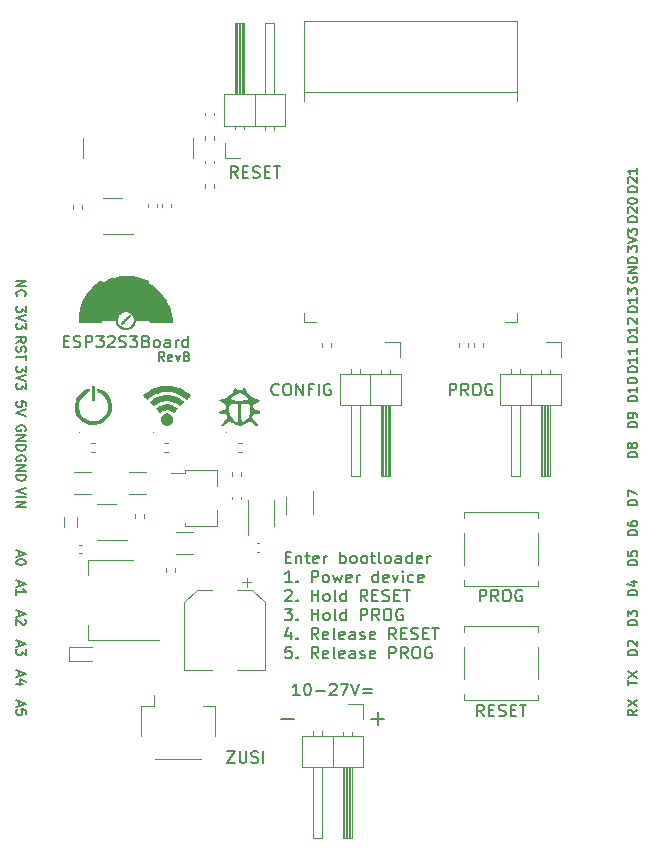
<source format=gto>
G04 #@! TF.GenerationSoftware,KiCad,Pcbnew,8.0.6*
G04 #@! TF.CreationDate,2024-11-01T18:46:05+01:00*
G04 #@! TF.ProjectId,esp32s3board,65737033-3273-4336-926f-6172642e6b69,A*
G04 #@! TF.SameCoordinates,Original*
G04 #@! TF.FileFunction,Legend,Top*
G04 #@! TF.FilePolarity,Positive*
%FSLAX46Y46*%
G04 Gerber Fmt 4.6, Leading zero omitted, Abs format (unit mm)*
G04 Created by KiCad (PCBNEW 8.0.6) date 2024-11-01 18:46:05*
%MOMM*%
%LPD*%
G01*
G04 APERTURE LIST*
%ADD10C,0.150000*%
%ADD11C,0.120000*%
%ADD12C,0.100000*%
%ADD13C,0.000000*%
G04 APERTURE END LIST*
D10*
X130410295Y-71964475D02*
X129610295Y-71964475D01*
X129610295Y-71964475D02*
X129610295Y-71773999D01*
X129610295Y-71773999D02*
X129648390Y-71659713D01*
X129648390Y-71659713D02*
X129724580Y-71583523D01*
X129724580Y-71583523D02*
X129800771Y-71545428D01*
X129800771Y-71545428D02*
X129953152Y-71507332D01*
X129953152Y-71507332D02*
X130067438Y-71507332D01*
X130067438Y-71507332D02*
X130219819Y-71545428D01*
X130219819Y-71545428D02*
X130296009Y-71583523D01*
X130296009Y-71583523D02*
X130372200Y-71659713D01*
X130372200Y-71659713D02*
X130410295Y-71773999D01*
X130410295Y-71773999D02*
X130410295Y-71964475D01*
X129610295Y-70821618D02*
X129610295Y-70973999D01*
X129610295Y-70973999D02*
X129648390Y-71050190D01*
X129648390Y-71050190D02*
X129686485Y-71088285D01*
X129686485Y-71088285D02*
X129800771Y-71164475D01*
X129800771Y-71164475D02*
X129953152Y-71202571D01*
X129953152Y-71202571D02*
X130257914Y-71202571D01*
X130257914Y-71202571D02*
X130334104Y-71164475D01*
X130334104Y-71164475D02*
X130372200Y-71126380D01*
X130372200Y-71126380D02*
X130410295Y-71050190D01*
X130410295Y-71050190D02*
X130410295Y-70897809D01*
X130410295Y-70897809D02*
X130372200Y-70821618D01*
X130372200Y-70821618D02*
X130334104Y-70783523D01*
X130334104Y-70783523D02*
X130257914Y-70745428D01*
X130257914Y-70745428D02*
X130067438Y-70745428D01*
X130067438Y-70745428D02*
X129991247Y-70783523D01*
X129991247Y-70783523D02*
X129953152Y-70821618D01*
X129953152Y-70821618D02*
X129915057Y-70897809D01*
X129915057Y-70897809D02*
X129915057Y-71050190D01*
X129915057Y-71050190D02*
X129953152Y-71126380D01*
X129953152Y-71126380D02*
X129991247Y-71164475D01*
X129991247Y-71164475D02*
X130067438Y-71202571D01*
X101838476Y-85544819D02*
X101267048Y-85544819D01*
X101552762Y-85544819D02*
X101552762Y-84544819D01*
X101552762Y-84544819D02*
X101457524Y-84687676D01*
X101457524Y-84687676D02*
X101362286Y-84782914D01*
X101362286Y-84782914D02*
X101267048Y-84830533D01*
X102457524Y-84544819D02*
X102552762Y-84544819D01*
X102552762Y-84544819D02*
X102648000Y-84592438D01*
X102648000Y-84592438D02*
X102695619Y-84640057D01*
X102695619Y-84640057D02*
X102743238Y-84735295D01*
X102743238Y-84735295D02*
X102790857Y-84925771D01*
X102790857Y-84925771D02*
X102790857Y-85163866D01*
X102790857Y-85163866D02*
X102743238Y-85354342D01*
X102743238Y-85354342D02*
X102695619Y-85449580D01*
X102695619Y-85449580D02*
X102648000Y-85497200D01*
X102648000Y-85497200D02*
X102552762Y-85544819D01*
X102552762Y-85544819D02*
X102457524Y-85544819D01*
X102457524Y-85544819D02*
X102362286Y-85497200D01*
X102362286Y-85497200D02*
X102314667Y-85449580D01*
X102314667Y-85449580D02*
X102267048Y-85354342D01*
X102267048Y-85354342D02*
X102219429Y-85163866D01*
X102219429Y-85163866D02*
X102219429Y-84925771D01*
X102219429Y-84925771D02*
X102267048Y-84735295D01*
X102267048Y-84735295D02*
X102314667Y-84640057D01*
X102314667Y-84640057D02*
X102362286Y-84592438D01*
X102362286Y-84592438D02*
X102457524Y-84544819D01*
X103219429Y-85163866D02*
X103981334Y-85163866D01*
X104409905Y-84640057D02*
X104457524Y-84592438D01*
X104457524Y-84592438D02*
X104552762Y-84544819D01*
X104552762Y-84544819D02*
X104790857Y-84544819D01*
X104790857Y-84544819D02*
X104886095Y-84592438D01*
X104886095Y-84592438D02*
X104933714Y-84640057D01*
X104933714Y-84640057D02*
X104981333Y-84735295D01*
X104981333Y-84735295D02*
X104981333Y-84830533D01*
X104981333Y-84830533D02*
X104933714Y-84973390D01*
X104933714Y-84973390D02*
X104362286Y-85544819D01*
X104362286Y-85544819D02*
X104981333Y-85544819D01*
X105314667Y-84544819D02*
X105981333Y-84544819D01*
X105981333Y-84544819D02*
X105552762Y-85544819D01*
X106219429Y-84544819D02*
X106552762Y-85544819D01*
X106552762Y-85544819D02*
X106886095Y-84544819D01*
X107219429Y-85021009D02*
X107981334Y-85021009D01*
X107981334Y-85306723D02*
X107219429Y-85306723D01*
X130410295Y-55581428D02*
X129610295Y-55581428D01*
X129610295Y-55581428D02*
X129610295Y-55390952D01*
X129610295Y-55390952D02*
X129648390Y-55276666D01*
X129648390Y-55276666D02*
X129724580Y-55200476D01*
X129724580Y-55200476D02*
X129800771Y-55162381D01*
X129800771Y-55162381D02*
X129953152Y-55124285D01*
X129953152Y-55124285D02*
X130067438Y-55124285D01*
X130067438Y-55124285D02*
X130219819Y-55162381D01*
X130219819Y-55162381D02*
X130296009Y-55200476D01*
X130296009Y-55200476D02*
X130372200Y-55276666D01*
X130372200Y-55276666D02*
X130410295Y-55390952D01*
X130410295Y-55390952D02*
X130410295Y-55581428D01*
X130410295Y-54362381D02*
X130410295Y-54819524D01*
X130410295Y-54590952D02*
X129610295Y-54590952D01*
X129610295Y-54590952D02*
X129724580Y-54667143D01*
X129724580Y-54667143D02*
X129800771Y-54743333D01*
X129800771Y-54743333D02*
X129838866Y-54819524D01*
X129686485Y-54057619D02*
X129648390Y-54019523D01*
X129648390Y-54019523D02*
X129610295Y-53943333D01*
X129610295Y-53943333D02*
X129610295Y-53752857D01*
X129610295Y-53752857D02*
X129648390Y-53676666D01*
X129648390Y-53676666D02*
X129686485Y-53638571D01*
X129686485Y-53638571D02*
X129762676Y-53600476D01*
X129762676Y-53600476D02*
X129838866Y-53600476D01*
X129838866Y-53600476D02*
X129953152Y-53638571D01*
X129953152Y-53638571D02*
X130410295Y-54095714D01*
X130410295Y-54095714D02*
X130410295Y-53600476D01*
X78631609Y-65684476D02*
X78669704Y-65608286D01*
X78669704Y-65608286D02*
X78669704Y-65494000D01*
X78669704Y-65494000D02*
X78631609Y-65379714D01*
X78631609Y-65379714D02*
X78555419Y-65303524D01*
X78555419Y-65303524D02*
X78479228Y-65265429D01*
X78479228Y-65265429D02*
X78326847Y-65227333D01*
X78326847Y-65227333D02*
X78212561Y-65227333D01*
X78212561Y-65227333D02*
X78060180Y-65265429D01*
X78060180Y-65265429D02*
X77983990Y-65303524D01*
X77983990Y-65303524D02*
X77907800Y-65379714D01*
X77907800Y-65379714D02*
X77869704Y-65494000D01*
X77869704Y-65494000D02*
X77869704Y-65570191D01*
X77869704Y-65570191D02*
X77907800Y-65684476D01*
X77907800Y-65684476D02*
X77945895Y-65722572D01*
X77945895Y-65722572D02*
X78212561Y-65722572D01*
X78212561Y-65722572D02*
X78212561Y-65570191D01*
X77869704Y-66065429D02*
X78669704Y-66065429D01*
X78669704Y-66065429D02*
X77869704Y-66522572D01*
X77869704Y-66522572D02*
X78669704Y-66522572D01*
X77869704Y-66903524D02*
X78669704Y-66903524D01*
X78669704Y-66903524D02*
X78669704Y-67094000D01*
X78669704Y-67094000D02*
X78631609Y-67208286D01*
X78631609Y-67208286D02*
X78555419Y-67284476D01*
X78555419Y-67284476D02*
X78479228Y-67322571D01*
X78479228Y-67322571D02*
X78326847Y-67360667D01*
X78326847Y-67360667D02*
X78212561Y-67360667D01*
X78212561Y-67360667D02*
X78060180Y-67322571D01*
X78060180Y-67322571D02*
X77983990Y-67284476D01*
X77983990Y-67284476D02*
X77907800Y-67208286D01*
X77907800Y-67208286D02*
X77869704Y-67094000D01*
X77869704Y-67094000D02*
X77869704Y-66903524D01*
X117419618Y-87322819D02*
X117086285Y-86846628D01*
X116848190Y-87322819D02*
X116848190Y-86322819D01*
X116848190Y-86322819D02*
X117229142Y-86322819D01*
X117229142Y-86322819D02*
X117324380Y-86370438D01*
X117324380Y-86370438D02*
X117371999Y-86418057D01*
X117371999Y-86418057D02*
X117419618Y-86513295D01*
X117419618Y-86513295D02*
X117419618Y-86656152D01*
X117419618Y-86656152D02*
X117371999Y-86751390D01*
X117371999Y-86751390D02*
X117324380Y-86799009D01*
X117324380Y-86799009D02*
X117229142Y-86846628D01*
X117229142Y-86846628D02*
X116848190Y-86846628D01*
X117848190Y-86799009D02*
X118181523Y-86799009D01*
X118324380Y-87322819D02*
X117848190Y-87322819D01*
X117848190Y-87322819D02*
X117848190Y-86322819D01*
X117848190Y-86322819D02*
X118324380Y-86322819D01*
X118705333Y-87275200D02*
X118848190Y-87322819D01*
X118848190Y-87322819D02*
X119086285Y-87322819D01*
X119086285Y-87322819D02*
X119181523Y-87275200D01*
X119181523Y-87275200D02*
X119229142Y-87227580D01*
X119229142Y-87227580D02*
X119276761Y-87132342D01*
X119276761Y-87132342D02*
X119276761Y-87037104D01*
X119276761Y-87037104D02*
X119229142Y-86941866D01*
X119229142Y-86941866D02*
X119181523Y-86894247D01*
X119181523Y-86894247D02*
X119086285Y-86846628D01*
X119086285Y-86846628D02*
X118895809Y-86799009D01*
X118895809Y-86799009D02*
X118800571Y-86751390D01*
X118800571Y-86751390D02*
X118752952Y-86703771D01*
X118752952Y-86703771D02*
X118705333Y-86608533D01*
X118705333Y-86608533D02*
X118705333Y-86513295D01*
X118705333Y-86513295D02*
X118752952Y-86418057D01*
X118752952Y-86418057D02*
X118800571Y-86370438D01*
X118800571Y-86370438D02*
X118895809Y-86322819D01*
X118895809Y-86322819D02*
X119133904Y-86322819D01*
X119133904Y-86322819D02*
X119276761Y-86370438D01*
X119705333Y-86799009D02*
X120038666Y-86799009D01*
X120181523Y-87322819D02*
X119705333Y-87322819D01*
X119705333Y-87322819D02*
X119705333Y-86322819D01*
X119705333Y-86322819D02*
X120181523Y-86322819D01*
X120467238Y-86322819D02*
X121038666Y-86322819D01*
X120752952Y-87322819D02*
X120752952Y-86322819D01*
X78669704Y-67957810D02*
X77869704Y-68224477D01*
X77869704Y-68224477D02*
X78669704Y-68491143D01*
X77869704Y-68757810D02*
X78669704Y-68757810D01*
X77869704Y-69138762D02*
X78669704Y-69138762D01*
X78669704Y-69138762D02*
X77869704Y-69595905D01*
X77869704Y-69595905D02*
X78669704Y-69595905D01*
X100666779Y-73846289D02*
X101000112Y-73846289D01*
X101142969Y-74370099D02*
X100666779Y-74370099D01*
X100666779Y-74370099D02*
X100666779Y-73370099D01*
X100666779Y-73370099D02*
X101142969Y-73370099D01*
X101571541Y-73703432D02*
X101571541Y-74370099D01*
X101571541Y-73798670D02*
X101619160Y-73751051D01*
X101619160Y-73751051D02*
X101714398Y-73703432D01*
X101714398Y-73703432D02*
X101857255Y-73703432D01*
X101857255Y-73703432D02*
X101952493Y-73751051D01*
X101952493Y-73751051D02*
X102000112Y-73846289D01*
X102000112Y-73846289D02*
X102000112Y-74370099D01*
X102333446Y-73703432D02*
X102714398Y-73703432D01*
X102476303Y-73370099D02*
X102476303Y-74227241D01*
X102476303Y-74227241D02*
X102523922Y-74322480D01*
X102523922Y-74322480D02*
X102619160Y-74370099D01*
X102619160Y-74370099D02*
X102714398Y-74370099D01*
X103428684Y-74322480D02*
X103333446Y-74370099D01*
X103333446Y-74370099D02*
X103142970Y-74370099D01*
X103142970Y-74370099D02*
X103047732Y-74322480D01*
X103047732Y-74322480D02*
X103000113Y-74227241D01*
X103000113Y-74227241D02*
X103000113Y-73846289D01*
X103000113Y-73846289D02*
X103047732Y-73751051D01*
X103047732Y-73751051D02*
X103142970Y-73703432D01*
X103142970Y-73703432D02*
X103333446Y-73703432D01*
X103333446Y-73703432D02*
X103428684Y-73751051D01*
X103428684Y-73751051D02*
X103476303Y-73846289D01*
X103476303Y-73846289D02*
X103476303Y-73941527D01*
X103476303Y-73941527D02*
X103000113Y-74036765D01*
X103904875Y-74370099D02*
X103904875Y-73703432D01*
X103904875Y-73893908D02*
X103952494Y-73798670D01*
X103952494Y-73798670D02*
X104000113Y-73751051D01*
X104000113Y-73751051D02*
X104095351Y-73703432D01*
X104095351Y-73703432D02*
X104190589Y-73703432D01*
X105285828Y-74370099D02*
X105285828Y-73370099D01*
X105285828Y-73751051D02*
X105381066Y-73703432D01*
X105381066Y-73703432D02*
X105571542Y-73703432D01*
X105571542Y-73703432D02*
X105666780Y-73751051D01*
X105666780Y-73751051D02*
X105714399Y-73798670D01*
X105714399Y-73798670D02*
X105762018Y-73893908D01*
X105762018Y-73893908D02*
X105762018Y-74179622D01*
X105762018Y-74179622D02*
X105714399Y-74274860D01*
X105714399Y-74274860D02*
X105666780Y-74322480D01*
X105666780Y-74322480D02*
X105571542Y-74370099D01*
X105571542Y-74370099D02*
X105381066Y-74370099D01*
X105381066Y-74370099D02*
X105285828Y-74322480D01*
X106333447Y-74370099D02*
X106238209Y-74322480D01*
X106238209Y-74322480D02*
X106190590Y-74274860D01*
X106190590Y-74274860D02*
X106142971Y-74179622D01*
X106142971Y-74179622D02*
X106142971Y-73893908D01*
X106142971Y-73893908D02*
X106190590Y-73798670D01*
X106190590Y-73798670D02*
X106238209Y-73751051D01*
X106238209Y-73751051D02*
X106333447Y-73703432D01*
X106333447Y-73703432D02*
X106476304Y-73703432D01*
X106476304Y-73703432D02*
X106571542Y-73751051D01*
X106571542Y-73751051D02*
X106619161Y-73798670D01*
X106619161Y-73798670D02*
X106666780Y-73893908D01*
X106666780Y-73893908D02*
X106666780Y-74179622D01*
X106666780Y-74179622D02*
X106619161Y-74274860D01*
X106619161Y-74274860D02*
X106571542Y-74322480D01*
X106571542Y-74322480D02*
X106476304Y-74370099D01*
X106476304Y-74370099D02*
X106333447Y-74370099D01*
X107238209Y-74370099D02*
X107142971Y-74322480D01*
X107142971Y-74322480D02*
X107095352Y-74274860D01*
X107095352Y-74274860D02*
X107047733Y-74179622D01*
X107047733Y-74179622D02*
X107047733Y-73893908D01*
X107047733Y-73893908D02*
X107095352Y-73798670D01*
X107095352Y-73798670D02*
X107142971Y-73751051D01*
X107142971Y-73751051D02*
X107238209Y-73703432D01*
X107238209Y-73703432D02*
X107381066Y-73703432D01*
X107381066Y-73703432D02*
X107476304Y-73751051D01*
X107476304Y-73751051D02*
X107523923Y-73798670D01*
X107523923Y-73798670D02*
X107571542Y-73893908D01*
X107571542Y-73893908D02*
X107571542Y-74179622D01*
X107571542Y-74179622D02*
X107523923Y-74274860D01*
X107523923Y-74274860D02*
X107476304Y-74322480D01*
X107476304Y-74322480D02*
X107381066Y-74370099D01*
X107381066Y-74370099D02*
X107238209Y-74370099D01*
X107857257Y-73703432D02*
X108238209Y-73703432D01*
X108000114Y-73370099D02*
X108000114Y-74227241D01*
X108000114Y-74227241D02*
X108047733Y-74322480D01*
X108047733Y-74322480D02*
X108142971Y-74370099D01*
X108142971Y-74370099D02*
X108238209Y-74370099D01*
X108714400Y-74370099D02*
X108619162Y-74322480D01*
X108619162Y-74322480D02*
X108571543Y-74227241D01*
X108571543Y-74227241D02*
X108571543Y-73370099D01*
X109238210Y-74370099D02*
X109142972Y-74322480D01*
X109142972Y-74322480D02*
X109095353Y-74274860D01*
X109095353Y-74274860D02*
X109047734Y-74179622D01*
X109047734Y-74179622D02*
X109047734Y-73893908D01*
X109047734Y-73893908D02*
X109095353Y-73798670D01*
X109095353Y-73798670D02*
X109142972Y-73751051D01*
X109142972Y-73751051D02*
X109238210Y-73703432D01*
X109238210Y-73703432D02*
X109381067Y-73703432D01*
X109381067Y-73703432D02*
X109476305Y-73751051D01*
X109476305Y-73751051D02*
X109523924Y-73798670D01*
X109523924Y-73798670D02*
X109571543Y-73893908D01*
X109571543Y-73893908D02*
X109571543Y-74179622D01*
X109571543Y-74179622D02*
X109523924Y-74274860D01*
X109523924Y-74274860D02*
X109476305Y-74322480D01*
X109476305Y-74322480D02*
X109381067Y-74370099D01*
X109381067Y-74370099D02*
X109238210Y-74370099D01*
X110428686Y-74370099D02*
X110428686Y-73846289D01*
X110428686Y-73846289D02*
X110381067Y-73751051D01*
X110381067Y-73751051D02*
X110285829Y-73703432D01*
X110285829Y-73703432D02*
X110095353Y-73703432D01*
X110095353Y-73703432D02*
X110000115Y-73751051D01*
X110428686Y-74322480D02*
X110333448Y-74370099D01*
X110333448Y-74370099D02*
X110095353Y-74370099D01*
X110095353Y-74370099D02*
X110000115Y-74322480D01*
X110000115Y-74322480D02*
X109952496Y-74227241D01*
X109952496Y-74227241D02*
X109952496Y-74132003D01*
X109952496Y-74132003D02*
X110000115Y-74036765D01*
X110000115Y-74036765D02*
X110095353Y-73989146D01*
X110095353Y-73989146D02*
X110333448Y-73989146D01*
X110333448Y-73989146D02*
X110428686Y-73941527D01*
X111333448Y-74370099D02*
X111333448Y-73370099D01*
X111333448Y-74322480D02*
X111238210Y-74370099D01*
X111238210Y-74370099D02*
X111047734Y-74370099D01*
X111047734Y-74370099D02*
X110952496Y-74322480D01*
X110952496Y-74322480D02*
X110904877Y-74274860D01*
X110904877Y-74274860D02*
X110857258Y-74179622D01*
X110857258Y-74179622D02*
X110857258Y-73893908D01*
X110857258Y-73893908D02*
X110904877Y-73798670D01*
X110904877Y-73798670D02*
X110952496Y-73751051D01*
X110952496Y-73751051D02*
X111047734Y-73703432D01*
X111047734Y-73703432D02*
X111238210Y-73703432D01*
X111238210Y-73703432D02*
X111333448Y-73751051D01*
X112190591Y-74322480D02*
X112095353Y-74370099D01*
X112095353Y-74370099D02*
X111904877Y-74370099D01*
X111904877Y-74370099D02*
X111809639Y-74322480D01*
X111809639Y-74322480D02*
X111762020Y-74227241D01*
X111762020Y-74227241D02*
X111762020Y-73846289D01*
X111762020Y-73846289D02*
X111809639Y-73751051D01*
X111809639Y-73751051D02*
X111904877Y-73703432D01*
X111904877Y-73703432D02*
X112095353Y-73703432D01*
X112095353Y-73703432D02*
X112190591Y-73751051D01*
X112190591Y-73751051D02*
X112238210Y-73846289D01*
X112238210Y-73846289D02*
X112238210Y-73941527D01*
X112238210Y-73941527D02*
X111762020Y-74036765D01*
X112666782Y-74370099D02*
X112666782Y-73703432D01*
X112666782Y-73893908D02*
X112714401Y-73798670D01*
X112714401Y-73798670D02*
X112762020Y-73751051D01*
X112762020Y-73751051D02*
X112857258Y-73703432D01*
X112857258Y-73703432D02*
X112952496Y-73703432D01*
X101190588Y-75980043D02*
X100619160Y-75980043D01*
X100904874Y-75980043D02*
X100904874Y-74980043D01*
X100904874Y-74980043D02*
X100809636Y-75122900D01*
X100809636Y-75122900D02*
X100714398Y-75218138D01*
X100714398Y-75218138D02*
X100619160Y-75265757D01*
X101619160Y-75884804D02*
X101666779Y-75932424D01*
X101666779Y-75932424D02*
X101619160Y-75980043D01*
X101619160Y-75980043D02*
X101571541Y-75932424D01*
X101571541Y-75932424D02*
X101619160Y-75884804D01*
X101619160Y-75884804D02*
X101619160Y-75980043D01*
X102857255Y-75980043D02*
X102857255Y-74980043D01*
X102857255Y-74980043D02*
X103238207Y-74980043D01*
X103238207Y-74980043D02*
X103333445Y-75027662D01*
X103333445Y-75027662D02*
X103381064Y-75075281D01*
X103381064Y-75075281D02*
X103428683Y-75170519D01*
X103428683Y-75170519D02*
X103428683Y-75313376D01*
X103428683Y-75313376D02*
X103381064Y-75408614D01*
X103381064Y-75408614D02*
X103333445Y-75456233D01*
X103333445Y-75456233D02*
X103238207Y-75503852D01*
X103238207Y-75503852D02*
X102857255Y-75503852D01*
X104000112Y-75980043D02*
X103904874Y-75932424D01*
X103904874Y-75932424D02*
X103857255Y-75884804D01*
X103857255Y-75884804D02*
X103809636Y-75789566D01*
X103809636Y-75789566D02*
X103809636Y-75503852D01*
X103809636Y-75503852D02*
X103857255Y-75408614D01*
X103857255Y-75408614D02*
X103904874Y-75360995D01*
X103904874Y-75360995D02*
X104000112Y-75313376D01*
X104000112Y-75313376D02*
X104142969Y-75313376D01*
X104142969Y-75313376D02*
X104238207Y-75360995D01*
X104238207Y-75360995D02*
X104285826Y-75408614D01*
X104285826Y-75408614D02*
X104333445Y-75503852D01*
X104333445Y-75503852D02*
X104333445Y-75789566D01*
X104333445Y-75789566D02*
X104285826Y-75884804D01*
X104285826Y-75884804D02*
X104238207Y-75932424D01*
X104238207Y-75932424D02*
X104142969Y-75980043D01*
X104142969Y-75980043D02*
X104000112Y-75980043D01*
X104666779Y-75313376D02*
X104857255Y-75980043D01*
X104857255Y-75980043D02*
X105047731Y-75503852D01*
X105047731Y-75503852D02*
X105238207Y-75980043D01*
X105238207Y-75980043D02*
X105428683Y-75313376D01*
X106190588Y-75932424D02*
X106095350Y-75980043D01*
X106095350Y-75980043D02*
X105904874Y-75980043D01*
X105904874Y-75980043D02*
X105809636Y-75932424D01*
X105809636Y-75932424D02*
X105762017Y-75837185D01*
X105762017Y-75837185D02*
X105762017Y-75456233D01*
X105762017Y-75456233D02*
X105809636Y-75360995D01*
X105809636Y-75360995D02*
X105904874Y-75313376D01*
X105904874Y-75313376D02*
X106095350Y-75313376D01*
X106095350Y-75313376D02*
X106190588Y-75360995D01*
X106190588Y-75360995D02*
X106238207Y-75456233D01*
X106238207Y-75456233D02*
X106238207Y-75551471D01*
X106238207Y-75551471D02*
X105762017Y-75646709D01*
X106666779Y-75980043D02*
X106666779Y-75313376D01*
X106666779Y-75503852D02*
X106714398Y-75408614D01*
X106714398Y-75408614D02*
X106762017Y-75360995D01*
X106762017Y-75360995D02*
X106857255Y-75313376D01*
X106857255Y-75313376D02*
X106952493Y-75313376D01*
X108476303Y-75980043D02*
X108476303Y-74980043D01*
X108476303Y-75932424D02*
X108381065Y-75980043D01*
X108381065Y-75980043D02*
X108190589Y-75980043D01*
X108190589Y-75980043D02*
X108095351Y-75932424D01*
X108095351Y-75932424D02*
X108047732Y-75884804D01*
X108047732Y-75884804D02*
X108000113Y-75789566D01*
X108000113Y-75789566D02*
X108000113Y-75503852D01*
X108000113Y-75503852D02*
X108047732Y-75408614D01*
X108047732Y-75408614D02*
X108095351Y-75360995D01*
X108095351Y-75360995D02*
X108190589Y-75313376D01*
X108190589Y-75313376D02*
X108381065Y-75313376D01*
X108381065Y-75313376D02*
X108476303Y-75360995D01*
X109333446Y-75932424D02*
X109238208Y-75980043D01*
X109238208Y-75980043D02*
X109047732Y-75980043D01*
X109047732Y-75980043D02*
X108952494Y-75932424D01*
X108952494Y-75932424D02*
X108904875Y-75837185D01*
X108904875Y-75837185D02*
X108904875Y-75456233D01*
X108904875Y-75456233D02*
X108952494Y-75360995D01*
X108952494Y-75360995D02*
X109047732Y-75313376D01*
X109047732Y-75313376D02*
X109238208Y-75313376D01*
X109238208Y-75313376D02*
X109333446Y-75360995D01*
X109333446Y-75360995D02*
X109381065Y-75456233D01*
X109381065Y-75456233D02*
X109381065Y-75551471D01*
X109381065Y-75551471D02*
X108904875Y-75646709D01*
X109714399Y-75313376D02*
X109952494Y-75980043D01*
X109952494Y-75980043D02*
X110190589Y-75313376D01*
X110571542Y-75980043D02*
X110571542Y-75313376D01*
X110571542Y-74980043D02*
X110523923Y-75027662D01*
X110523923Y-75027662D02*
X110571542Y-75075281D01*
X110571542Y-75075281D02*
X110619161Y-75027662D01*
X110619161Y-75027662D02*
X110571542Y-74980043D01*
X110571542Y-74980043D02*
X110571542Y-75075281D01*
X111476303Y-75932424D02*
X111381065Y-75980043D01*
X111381065Y-75980043D02*
X111190589Y-75980043D01*
X111190589Y-75980043D02*
X111095351Y-75932424D01*
X111095351Y-75932424D02*
X111047732Y-75884804D01*
X111047732Y-75884804D02*
X111000113Y-75789566D01*
X111000113Y-75789566D02*
X111000113Y-75503852D01*
X111000113Y-75503852D02*
X111047732Y-75408614D01*
X111047732Y-75408614D02*
X111095351Y-75360995D01*
X111095351Y-75360995D02*
X111190589Y-75313376D01*
X111190589Y-75313376D02*
X111381065Y-75313376D01*
X111381065Y-75313376D02*
X111476303Y-75360995D01*
X112285827Y-75932424D02*
X112190589Y-75980043D01*
X112190589Y-75980043D02*
X112000113Y-75980043D01*
X112000113Y-75980043D02*
X111904875Y-75932424D01*
X111904875Y-75932424D02*
X111857256Y-75837185D01*
X111857256Y-75837185D02*
X111857256Y-75456233D01*
X111857256Y-75456233D02*
X111904875Y-75360995D01*
X111904875Y-75360995D02*
X112000113Y-75313376D01*
X112000113Y-75313376D02*
X112190589Y-75313376D01*
X112190589Y-75313376D02*
X112285827Y-75360995D01*
X112285827Y-75360995D02*
X112333446Y-75456233D01*
X112333446Y-75456233D02*
X112333446Y-75551471D01*
X112333446Y-75551471D02*
X111857256Y-75646709D01*
X100619160Y-76685225D02*
X100666779Y-76637606D01*
X100666779Y-76637606D02*
X100762017Y-76589987D01*
X100762017Y-76589987D02*
X101000112Y-76589987D01*
X101000112Y-76589987D02*
X101095350Y-76637606D01*
X101095350Y-76637606D02*
X101142969Y-76685225D01*
X101142969Y-76685225D02*
X101190588Y-76780463D01*
X101190588Y-76780463D02*
X101190588Y-76875701D01*
X101190588Y-76875701D02*
X101142969Y-77018558D01*
X101142969Y-77018558D02*
X100571541Y-77589987D01*
X100571541Y-77589987D02*
X101190588Y-77589987D01*
X101619160Y-77494748D02*
X101666779Y-77542368D01*
X101666779Y-77542368D02*
X101619160Y-77589987D01*
X101619160Y-77589987D02*
X101571541Y-77542368D01*
X101571541Y-77542368D02*
X101619160Y-77494748D01*
X101619160Y-77494748D02*
X101619160Y-77589987D01*
X102857255Y-77589987D02*
X102857255Y-76589987D01*
X102857255Y-77066177D02*
X103428683Y-77066177D01*
X103428683Y-77589987D02*
X103428683Y-76589987D01*
X104047731Y-77589987D02*
X103952493Y-77542368D01*
X103952493Y-77542368D02*
X103904874Y-77494748D01*
X103904874Y-77494748D02*
X103857255Y-77399510D01*
X103857255Y-77399510D02*
X103857255Y-77113796D01*
X103857255Y-77113796D02*
X103904874Y-77018558D01*
X103904874Y-77018558D02*
X103952493Y-76970939D01*
X103952493Y-76970939D02*
X104047731Y-76923320D01*
X104047731Y-76923320D02*
X104190588Y-76923320D01*
X104190588Y-76923320D02*
X104285826Y-76970939D01*
X104285826Y-76970939D02*
X104333445Y-77018558D01*
X104333445Y-77018558D02*
X104381064Y-77113796D01*
X104381064Y-77113796D02*
X104381064Y-77399510D01*
X104381064Y-77399510D02*
X104333445Y-77494748D01*
X104333445Y-77494748D02*
X104285826Y-77542368D01*
X104285826Y-77542368D02*
X104190588Y-77589987D01*
X104190588Y-77589987D02*
X104047731Y-77589987D01*
X104952493Y-77589987D02*
X104857255Y-77542368D01*
X104857255Y-77542368D02*
X104809636Y-77447129D01*
X104809636Y-77447129D02*
X104809636Y-76589987D01*
X105762017Y-77589987D02*
X105762017Y-76589987D01*
X105762017Y-77542368D02*
X105666779Y-77589987D01*
X105666779Y-77589987D02*
X105476303Y-77589987D01*
X105476303Y-77589987D02*
X105381065Y-77542368D01*
X105381065Y-77542368D02*
X105333446Y-77494748D01*
X105333446Y-77494748D02*
X105285827Y-77399510D01*
X105285827Y-77399510D02*
X105285827Y-77113796D01*
X105285827Y-77113796D02*
X105333446Y-77018558D01*
X105333446Y-77018558D02*
X105381065Y-76970939D01*
X105381065Y-76970939D02*
X105476303Y-76923320D01*
X105476303Y-76923320D02*
X105666779Y-76923320D01*
X105666779Y-76923320D02*
X105762017Y-76970939D01*
X107571541Y-77589987D02*
X107238208Y-77113796D01*
X107000113Y-77589987D02*
X107000113Y-76589987D01*
X107000113Y-76589987D02*
X107381065Y-76589987D01*
X107381065Y-76589987D02*
X107476303Y-76637606D01*
X107476303Y-76637606D02*
X107523922Y-76685225D01*
X107523922Y-76685225D02*
X107571541Y-76780463D01*
X107571541Y-76780463D02*
X107571541Y-76923320D01*
X107571541Y-76923320D02*
X107523922Y-77018558D01*
X107523922Y-77018558D02*
X107476303Y-77066177D01*
X107476303Y-77066177D02*
X107381065Y-77113796D01*
X107381065Y-77113796D02*
X107000113Y-77113796D01*
X108000113Y-77066177D02*
X108333446Y-77066177D01*
X108476303Y-77589987D02*
X108000113Y-77589987D01*
X108000113Y-77589987D02*
X108000113Y-76589987D01*
X108000113Y-76589987D02*
X108476303Y-76589987D01*
X108857256Y-77542368D02*
X109000113Y-77589987D01*
X109000113Y-77589987D02*
X109238208Y-77589987D01*
X109238208Y-77589987D02*
X109333446Y-77542368D01*
X109333446Y-77542368D02*
X109381065Y-77494748D01*
X109381065Y-77494748D02*
X109428684Y-77399510D01*
X109428684Y-77399510D02*
X109428684Y-77304272D01*
X109428684Y-77304272D02*
X109381065Y-77209034D01*
X109381065Y-77209034D02*
X109333446Y-77161415D01*
X109333446Y-77161415D02*
X109238208Y-77113796D01*
X109238208Y-77113796D02*
X109047732Y-77066177D01*
X109047732Y-77066177D02*
X108952494Y-77018558D01*
X108952494Y-77018558D02*
X108904875Y-76970939D01*
X108904875Y-76970939D02*
X108857256Y-76875701D01*
X108857256Y-76875701D02*
X108857256Y-76780463D01*
X108857256Y-76780463D02*
X108904875Y-76685225D01*
X108904875Y-76685225D02*
X108952494Y-76637606D01*
X108952494Y-76637606D02*
X109047732Y-76589987D01*
X109047732Y-76589987D02*
X109285827Y-76589987D01*
X109285827Y-76589987D02*
X109428684Y-76637606D01*
X109857256Y-77066177D02*
X110190589Y-77066177D01*
X110333446Y-77589987D02*
X109857256Y-77589987D01*
X109857256Y-77589987D02*
X109857256Y-76589987D01*
X109857256Y-76589987D02*
X110333446Y-76589987D01*
X110619161Y-76589987D02*
X111190589Y-76589987D01*
X110904875Y-77589987D02*
X110904875Y-76589987D01*
X100571541Y-78199931D02*
X101190588Y-78199931D01*
X101190588Y-78199931D02*
X100857255Y-78580883D01*
X100857255Y-78580883D02*
X101000112Y-78580883D01*
X101000112Y-78580883D02*
X101095350Y-78628502D01*
X101095350Y-78628502D02*
X101142969Y-78676121D01*
X101142969Y-78676121D02*
X101190588Y-78771359D01*
X101190588Y-78771359D02*
X101190588Y-79009454D01*
X101190588Y-79009454D02*
X101142969Y-79104692D01*
X101142969Y-79104692D02*
X101095350Y-79152312D01*
X101095350Y-79152312D02*
X101000112Y-79199931D01*
X101000112Y-79199931D02*
X100714398Y-79199931D01*
X100714398Y-79199931D02*
X100619160Y-79152312D01*
X100619160Y-79152312D02*
X100571541Y-79104692D01*
X101619160Y-79104692D02*
X101666779Y-79152312D01*
X101666779Y-79152312D02*
X101619160Y-79199931D01*
X101619160Y-79199931D02*
X101571541Y-79152312D01*
X101571541Y-79152312D02*
X101619160Y-79104692D01*
X101619160Y-79104692D02*
X101619160Y-79199931D01*
X102857255Y-79199931D02*
X102857255Y-78199931D01*
X102857255Y-78676121D02*
X103428683Y-78676121D01*
X103428683Y-79199931D02*
X103428683Y-78199931D01*
X104047731Y-79199931D02*
X103952493Y-79152312D01*
X103952493Y-79152312D02*
X103904874Y-79104692D01*
X103904874Y-79104692D02*
X103857255Y-79009454D01*
X103857255Y-79009454D02*
X103857255Y-78723740D01*
X103857255Y-78723740D02*
X103904874Y-78628502D01*
X103904874Y-78628502D02*
X103952493Y-78580883D01*
X103952493Y-78580883D02*
X104047731Y-78533264D01*
X104047731Y-78533264D02*
X104190588Y-78533264D01*
X104190588Y-78533264D02*
X104285826Y-78580883D01*
X104285826Y-78580883D02*
X104333445Y-78628502D01*
X104333445Y-78628502D02*
X104381064Y-78723740D01*
X104381064Y-78723740D02*
X104381064Y-79009454D01*
X104381064Y-79009454D02*
X104333445Y-79104692D01*
X104333445Y-79104692D02*
X104285826Y-79152312D01*
X104285826Y-79152312D02*
X104190588Y-79199931D01*
X104190588Y-79199931D02*
X104047731Y-79199931D01*
X104952493Y-79199931D02*
X104857255Y-79152312D01*
X104857255Y-79152312D02*
X104809636Y-79057073D01*
X104809636Y-79057073D02*
X104809636Y-78199931D01*
X105762017Y-79199931D02*
X105762017Y-78199931D01*
X105762017Y-79152312D02*
X105666779Y-79199931D01*
X105666779Y-79199931D02*
X105476303Y-79199931D01*
X105476303Y-79199931D02*
X105381065Y-79152312D01*
X105381065Y-79152312D02*
X105333446Y-79104692D01*
X105333446Y-79104692D02*
X105285827Y-79009454D01*
X105285827Y-79009454D02*
X105285827Y-78723740D01*
X105285827Y-78723740D02*
X105333446Y-78628502D01*
X105333446Y-78628502D02*
X105381065Y-78580883D01*
X105381065Y-78580883D02*
X105476303Y-78533264D01*
X105476303Y-78533264D02*
X105666779Y-78533264D01*
X105666779Y-78533264D02*
X105762017Y-78580883D01*
X107000113Y-79199931D02*
X107000113Y-78199931D01*
X107000113Y-78199931D02*
X107381065Y-78199931D01*
X107381065Y-78199931D02*
X107476303Y-78247550D01*
X107476303Y-78247550D02*
X107523922Y-78295169D01*
X107523922Y-78295169D02*
X107571541Y-78390407D01*
X107571541Y-78390407D02*
X107571541Y-78533264D01*
X107571541Y-78533264D02*
X107523922Y-78628502D01*
X107523922Y-78628502D02*
X107476303Y-78676121D01*
X107476303Y-78676121D02*
X107381065Y-78723740D01*
X107381065Y-78723740D02*
X107000113Y-78723740D01*
X108571541Y-79199931D02*
X108238208Y-78723740D01*
X108000113Y-79199931D02*
X108000113Y-78199931D01*
X108000113Y-78199931D02*
X108381065Y-78199931D01*
X108381065Y-78199931D02*
X108476303Y-78247550D01*
X108476303Y-78247550D02*
X108523922Y-78295169D01*
X108523922Y-78295169D02*
X108571541Y-78390407D01*
X108571541Y-78390407D02*
X108571541Y-78533264D01*
X108571541Y-78533264D02*
X108523922Y-78628502D01*
X108523922Y-78628502D02*
X108476303Y-78676121D01*
X108476303Y-78676121D02*
X108381065Y-78723740D01*
X108381065Y-78723740D02*
X108000113Y-78723740D01*
X109190589Y-78199931D02*
X109381065Y-78199931D01*
X109381065Y-78199931D02*
X109476303Y-78247550D01*
X109476303Y-78247550D02*
X109571541Y-78342788D01*
X109571541Y-78342788D02*
X109619160Y-78533264D01*
X109619160Y-78533264D02*
X109619160Y-78866597D01*
X109619160Y-78866597D02*
X109571541Y-79057073D01*
X109571541Y-79057073D02*
X109476303Y-79152312D01*
X109476303Y-79152312D02*
X109381065Y-79199931D01*
X109381065Y-79199931D02*
X109190589Y-79199931D01*
X109190589Y-79199931D02*
X109095351Y-79152312D01*
X109095351Y-79152312D02*
X109000113Y-79057073D01*
X109000113Y-79057073D02*
X108952494Y-78866597D01*
X108952494Y-78866597D02*
X108952494Y-78533264D01*
X108952494Y-78533264D02*
X109000113Y-78342788D01*
X109000113Y-78342788D02*
X109095351Y-78247550D01*
X109095351Y-78247550D02*
X109190589Y-78199931D01*
X110571541Y-78247550D02*
X110476303Y-78199931D01*
X110476303Y-78199931D02*
X110333446Y-78199931D01*
X110333446Y-78199931D02*
X110190589Y-78247550D01*
X110190589Y-78247550D02*
X110095351Y-78342788D01*
X110095351Y-78342788D02*
X110047732Y-78438026D01*
X110047732Y-78438026D02*
X110000113Y-78628502D01*
X110000113Y-78628502D02*
X110000113Y-78771359D01*
X110000113Y-78771359D02*
X110047732Y-78961835D01*
X110047732Y-78961835D02*
X110095351Y-79057073D01*
X110095351Y-79057073D02*
X110190589Y-79152312D01*
X110190589Y-79152312D02*
X110333446Y-79199931D01*
X110333446Y-79199931D02*
X110428684Y-79199931D01*
X110428684Y-79199931D02*
X110571541Y-79152312D01*
X110571541Y-79152312D02*
X110619160Y-79104692D01*
X110619160Y-79104692D02*
X110619160Y-78771359D01*
X110619160Y-78771359D02*
X110428684Y-78771359D01*
X101095350Y-80143208D02*
X101095350Y-80809875D01*
X100857255Y-79762256D02*
X100619160Y-80476541D01*
X100619160Y-80476541D02*
X101238207Y-80476541D01*
X101619160Y-80714636D02*
X101666779Y-80762256D01*
X101666779Y-80762256D02*
X101619160Y-80809875D01*
X101619160Y-80809875D02*
X101571541Y-80762256D01*
X101571541Y-80762256D02*
X101619160Y-80714636D01*
X101619160Y-80714636D02*
X101619160Y-80809875D01*
X103428683Y-80809875D02*
X103095350Y-80333684D01*
X102857255Y-80809875D02*
X102857255Y-79809875D01*
X102857255Y-79809875D02*
X103238207Y-79809875D01*
X103238207Y-79809875D02*
X103333445Y-79857494D01*
X103333445Y-79857494D02*
X103381064Y-79905113D01*
X103381064Y-79905113D02*
X103428683Y-80000351D01*
X103428683Y-80000351D02*
X103428683Y-80143208D01*
X103428683Y-80143208D02*
X103381064Y-80238446D01*
X103381064Y-80238446D02*
X103333445Y-80286065D01*
X103333445Y-80286065D02*
X103238207Y-80333684D01*
X103238207Y-80333684D02*
X102857255Y-80333684D01*
X104238207Y-80762256D02*
X104142969Y-80809875D01*
X104142969Y-80809875D02*
X103952493Y-80809875D01*
X103952493Y-80809875D02*
X103857255Y-80762256D01*
X103857255Y-80762256D02*
X103809636Y-80667017D01*
X103809636Y-80667017D02*
X103809636Y-80286065D01*
X103809636Y-80286065D02*
X103857255Y-80190827D01*
X103857255Y-80190827D02*
X103952493Y-80143208D01*
X103952493Y-80143208D02*
X104142969Y-80143208D01*
X104142969Y-80143208D02*
X104238207Y-80190827D01*
X104238207Y-80190827D02*
X104285826Y-80286065D01*
X104285826Y-80286065D02*
X104285826Y-80381303D01*
X104285826Y-80381303D02*
X103809636Y-80476541D01*
X104857255Y-80809875D02*
X104762017Y-80762256D01*
X104762017Y-80762256D02*
X104714398Y-80667017D01*
X104714398Y-80667017D02*
X104714398Y-79809875D01*
X105619160Y-80762256D02*
X105523922Y-80809875D01*
X105523922Y-80809875D02*
X105333446Y-80809875D01*
X105333446Y-80809875D02*
X105238208Y-80762256D01*
X105238208Y-80762256D02*
X105190589Y-80667017D01*
X105190589Y-80667017D02*
X105190589Y-80286065D01*
X105190589Y-80286065D02*
X105238208Y-80190827D01*
X105238208Y-80190827D02*
X105333446Y-80143208D01*
X105333446Y-80143208D02*
X105523922Y-80143208D01*
X105523922Y-80143208D02*
X105619160Y-80190827D01*
X105619160Y-80190827D02*
X105666779Y-80286065D01*
X105666779Y-80286065D02*
X105666779Y-80381303D01*
X105666779Y-80381303D02*
X105190589Y-80476541D01*
X106523922Y-80809875D02*
X106523922Y-80286065D01*
X106523922Y-80286065D02*
X106476303Y-80190827D01*
X106476303Y-80190827D02*
X106381065Y-80143208D01*
X106381065Y-80143208D02*
X106190589Y-80143208D01*
X106190589Y-80143208D02*
X106095351Y-80190827D01*
X106523922Y-80762256D02*
X106428684Y-80809875D01*
X106428684Y-80809875D02*
X106190589Y-80809875D01*
X106190589Y-80809875D02*
X106095351Y-80762256D01*
X106095351Y-80762256D02*
X106047732Y-80667017D01*
X106047732Y-80667017D02*
X106047732Y-80571779D01*
X106047732Y-80571779D02*
X106095351Y-80476541D01*
X106095351Y-80476541D02*
X106190589Y-80428922D01*
X106190589Y-80428922D02*
X106428684Y-80428922D01*
X106428684Y-80428922D02*
X106523922Y-80381303D01*
X106952494Y-80762256D02*
X107047732Y-80809875D01*
X107047732Y-80809875D02*
X107238208Y-80809875D01*
X107238208Y-80809875D02*
X107333446Y-80762256D01*
X107333446Y-80762256D02*
X107381065Y-80667017D01*
X107381065Y-80667017D02*
X107381065Y-80619398D01*
X107381065Y-80619398D02*
X107333446Y-80524160D01*
X107333446Y-80524160D02*
X107238208Y-80476541D01*
X107238208Y-80476541D02*
X107095351Y-80476541D01*
X107095351Y-80476541D02*
X107000113Y-80428922D01*
X107000113Y-80428922D02*
X106952494Y-80333684D01*
X106952494Y-80333684D02*
X106952494Y-80286065D01*
X106952494Y-80286065D02*
X107000113Y-80190827D01*
X107000113Y-80190827D02*
X107095351Y-80143208D01*
X107095351Y-80143208D02*
X107238208Y-80143208D01*
X107238208Y-80143208D02*
X107333446Y-80190827D01*
X108190589Y-80762256D02*
X108095351Y-80809875D01*
X108095351Y-80809875D02*
X107904875Y-80809875D01*
X107904875Y-80809875D02*
X107809637Y-80762256D01*
X107809637Y-80762256D02*
X107762018Y-80667017D01*
X107762018Y-80667017D02*
X107762018Y-80286065D01*
X107762018Y-80286065D02*
X107809637Y-80190827D01*
X107809637Y-80190827D02*
X107904875Y-80143208D01*
X107904875Y-80143208D02*
X108095351Y-80143208D01*
X108095351Y-80143208D02*
X108190589Y-80190827D01*
X108190589Y-80190827D02*
X108238208Y-80286065D01*
X108238208Y-80286065D02*
X108238208Y-80381303D01*
X108238208Y-80381303D02*
X107762018Y-80476541D01*
X110000113Y-80809875D02*
X109666780Y-80333684D01*
X109428685Y-80809875D02*
X109428685Y-79809875D01*
X109428685Y-79809875D02*
X109809637Y-79809875D01*
X109809637Y-79809875D02*
X109904875Y-79857494D01*
X109904875Y-79857494D02*
X109952494Y-79905113D01*
X109952494Y-79905113D02*
X110000113Y-80000351D01*
X110000113Y-80000351D02*
X110000113Y-80143208D01*
X110000113Y-80143208D02*
X109952494Y-80238446D01*
X109952494Y-80238446D02*
X109904875Y-80286065D01*
X109904875Y-80286065D02*
X109809637Y-80333684D01*
X109809637Y-80333684D02*
X109428685Y-80333684D01*
X110428685Y-80286065D02*
X110762018Y-80286065D01*
X110904875Y-80809875D02*
X110428685Y-80809875D01*
X110428685Y-80809875D02*
X110428685Y-79809875D01*
X110428685Y-79809875D02*
X110904875Y-79809875D01*
X111285828Y-80762256D02*
X111428685Y-80809875D01*
X111428685Y-80809875D02*
X111666780Y-80809875D01*
X111666780Y-80809875D02*
X111762018Y-80762256D01*
X111762018Y-80762256D02*
X111809637Y-80714636D01*
X111809637Y-80714636D02*
X111857256Y-80619398D01*
X111857256Y-80619398D02*
X111857256Y-80524160D01*
X111857256Y-80524160D02*
X111809637Y-80428922D01*
X111809637Y-80428922D02*
X111762018Y-80381303D01*
X111762018Y-80381303D02*
X111666780Y-80333684D01*
X111666780Y-80333684D02*
X111476304Y-80286065D01*
X111476304Y-80286065D02*
X111381066Y-80238446D01*
X111381066Y-80238446D02*
X111333447Y-80190827D01*
X111333447Y-80190827D02*
X111285828Y-80095589D01*
X111285828Y-80095589D02*
X111285828Y-80000351D01*
X111285828Y-80000351D02*
X111333447Y-79905113D01*
X111333447Y-79905113D02*
X111381066Y-79857494D01*
X111381066Y-79857494D02*
X111476304Y-79809875D01*
X111476304Y-79809875D02*
X111714399Y-79809875D01*
X111714399Y-79809875D02*
X111857256Y-79857494D01*
X112285828Y-80286065D02*
X112619161Y-80286065D01*
X112762018Y-80809875D02*
X112285828Y-80809875D01*
X112285828Y-80809875D02*
X112285828Y-79809875D01*
X112285828Y-79809875D02*
X112762018Y-79809875D01*
X113047733Y-79809875D02*
X113619161Y-79809875D01*
X113333447Y-80809875D02*
X113333447Y-79809875D01*
X101142969Y-81419819D02*
X100666779Y-81419819D01*
X100666779Y-81419819D02*
X100619160Y-81896009D01*
X100619160Y-81896009D02*
X100666779Y-81848390D01*
X100666779Y-81848390D02*
X100762017Y-81800771D01*
X100762017Y-81800771D02*
X101000112Y-81800771D01*
X101000112Y-81800771D02*
X101095350Y-81848390D01*
X101095350Y-81848390D02*
X101142969Y-81896009D01*
X101142969Y-81896009D02*
X101190588Y-81991247D01*
X101190588Y-81991247D02*
X101190588Y-82229342D01*
X101190588Y-82229342D02*
X101142969Y-82324580D01*
X101142969Y-82324580D02*
X101095350Y-82372200D01*
X101095350Y-82372200D02*
X101000112Y-82419819D01*
X101000112Y-82419819D02*
X100762017Y-82419819D01*
X100762017Y-82419819D02*
X100666779Y-82372200D01*
X100666779Y-82372200D02*
X100619160Y-82324580D01*
X101619160Y-82324580D02*
X101666779Y-82372200D01*
X101666779Y-82372200D02*
X101619160Y-82419819D01*
X101619160Y-82419819D02*
X101571541Y-82372200D01*
X101571541Y-82372200D02*
X101619160Y-82324580D01*
X101619160Y-82324580D02*
X101619160Y-82419819D01*
X103428683Y-82419819D02*
X103095350Y-81943628D01*
X102857255Y-82419819D02*
X102857255Y-81419819D01*
X102857255Y-81419819D02*
X103238207Y-81419819D01*
X103238207Y-81419819D02*
X103333445Y-81467438D01*
X103333445Y-81467438D02*
X103381064Y-81515057D01*
X103381064Y-81515057D02*
X103428683Y-81610295D01*
X103428683Y-81610295D02*
X103428683Y-81753152D01*
X103428683Y-81753152D02*
X103381064Y-81848390D01*
X103381064Y-81848390D02*
X103333445Y-81896009D01*
X103333445Y-81896009D02*
X103238207Y-81943628D01*
X103238207Y-81943628D02*
X102857255Y-81943628D01*
X104238207Y-82372200D02*
X104142969Y-82419819D01*
X104142969Y-82419819D02*
X103952493Y-82419819D01*
X103952493Y-82419819D02*
X103857255Y-82372200D01*
X103857255Y-82372200D02*
X103809636Y-82276961D01*
X103809636Y-82276961D02*
X103809636Y-81896009D01*
X103809636Y-81896009D02*
X103857255Y-81800771D01*
X103857255Y-81800771D02*
X103952493Y-81753152D01*
X103952493Y-81753152D02*
X104142969Y-81753152D01*
X104142969Y-81753152D02*
X104238207Y-81800771D01*
X104238207Y-81800771D02*
X104285826Y-81896009D01*
X104285826Y-81896009D02*
X104285826Y-81991247D01*
X104285826Y-81991247D02*
X103809636Y-82086485D01*
X104857255Y-82419819D02*
X104762017Y-82372200D01*
X104762017Y-82372200D02*
X104714398Y-82276961D01*
X104714398Y-82276961D02*
X104714398Y-81419819D01*
X105619160Y-82372200D02*
X105523922Y-82419819D01*
X105523922Y-82419819D02*
X105333446Y-82419819D01*
X105333446Y-82419819D02*
X105238208Y-82372200D01*
X105238208Y-82372200D02*
X105190589Y-82276961D01*
X105190589Y-82276961D02*
X105190589Y-81896009D01*
X105190589Y-81896009D02*
X105238208Y-81800771D01*
X105238208Y-81800771D02*
X105333446Y-81753152D01*
X105333446Y-81753152D02*
X105523922Y-81753152D01*
X105523922Y-81753152D02*
X105619160Y-81800771D01*
X105619160Y-81800771D02*
X105666779Y-81896009D01*
X105666779Y-81896009D02*
X105666779Y-81991247D01*
X105666779Y-81991247D02*
X105190589Y-82086485D01*
X106523922Y-82419819D02*
X106523922Y-81896009D01*
X106523922Y-81896009D02*
X106476303Y-81800771D01*
X106476303Y-81800771D02*
X106381065Y-81753152D01*
X106381065Y-81753152D02*
X106190589Y-81753152D01*
X106190589Y-81753152D02*
X106095351Y-81800771D01*
X106523922Y-82372200D02*
X106428684Y-82419819D01*
X106428684Y-82419819D02*
X106190589Y-82419819D01*
X106190589Y-82419819D02*
X106095351Y-82372200D01*
X106095351Y-82372200D02*
X106047732Y-82276961D01*
X106047732Y-82276961D02*
X106047732Y-82181723D01*
X106047732Y-82181723D02*
X106095351Y-82086485D01*
X106095351Y-82086485D02*
X106190589Y-82038866D01*
X106190589Y-82038866D02*
X106428684Y-82038866D01*
X106428684Y-82038866D02*
X106523922Y-81991247D01*
X106952494Y-82372200D02*
X107047732Y-82419819D01*
X107047732Y-82419819D02*
X107238208Y-82419819D01*
X107238208Y-82419819D02*
X107333446Y-82372200D01*
X107333446Y-82372200D02*
X107381065Y-82276961D01*
X107381065Y-82276961D02*
X107381065Y-82229342D01*
X107381065Y-82229342D02*
X107333446Y-82134104D01*
X107333446Y-82134104D02*
X107238208Y-82086485D01*
X107238208Y-82086485D02*
X107095351Y-82086485D01*
X107095351Y-82086485D02*
X107000113Y-82038866D01*
X107000113Y-82038866D02*
X106952494Y-81943628D01*
X106952494Y-81943628D02*
X106952494Y-81896009D01*
X106952494Y-81896009D02*
X107000113Y-81800771D01*
X107000113Y-81800771D02*
X107095351Y-81753152D01*
X107095351Y-81753152D02*
X107238208Y-81753152D01*
X107238208Y-81753152D02*
X107333446Y-81800771D01*
X108190589Y-82372200D02*
X108095351Y-82419819D01*
X108095351Y-82419819D02*
X107904875Y-82419819D01*
X107904875Y-82419819D02*
X107809637Y-82372200D01*
X107809637Y-82372200D02*
X107762018Y-82276961D01*
X107762018Y-82276961D02*
X107762018Y-81896009D01*
X107762018Y-81896009D02*
X107809637Y-81800771D01*
X107809637Y-81800771D02*
X107904875Y-81753152D01*
X107904875Y-81753152D02*
X108095351Y-81753152D01*
X108095351Y-81753152D02*
X108190589Y-81800771D01*
X108190589Y-81800771D02*
X108238208Y-81896009D01*
X108238208Y-81896009D02*
X108238208Y-81991247D01*
X108238208Y-81991247D02*
X107762018Y-82086485D01*
X109428685Y-82419819D02*
X109428685Y-81419819D01*
X109428685Y-81419819D02*
X109809637Y-81419819D01*
X109809637Y-81419819D02*
X109904875Y-81467438D01*
X109904875Y-81467438D02*
X109952494Y-81515057D01*
X109952494Y-81515057D02*
X110000113Y-81610295D01*
X110000113Y-81610295D02*
X110000113Y-81753152D01*
X110000113Y-81753152D02*
X109952494Y-81848390D01*
X109952494Y-81848390D02*
X109904875Y-81896009D01*
X109904875Y-81896009D02*
X109809637Y-81943628D01*
X109809637Y-81943628D02*
X109428685Y-81943628D01*
X111000113Y-82419819D02*
X110666780Y-81943628D01*
X110428685Y-82419819D02*
X110428685Y-81419819D01*
X110428685Y-81419819D02*
X110809637Y-81419819D01*
X110809637Y-81419819D02*
X110904875Y-81467438D01*
X110904875Y-81467438D02*
X110952494Y-81515057D01*
X110952494Y-81515057D02*
X111000113Y-81610295D01*
X111000113Y-81610295D02*
X111000113Y-81753152D01*
X111000113Y-81753152D02*
X110952494Y-81848390D01*
X110952494Y-81848390D02*
X110904875Y-81896009D01*
X110904875Y-81896009D02*
X110809637Y-81943628D01*
X110809637Y-81943628D02*
X110428685Y-81943628D01*
X111619161Y-81419819D02*
X111809637Y-81419819D01*
X111809637Y-81419819D02*
X111904875Y-81467438D01*
X111904875Y-81467438D02*
X112000113Y-81562676D01*
X112000113Y-81562676D02*
X112047732Y-81753152D01*
X112047732Y-81753152D02*
X112047732Y-82086485D01*
X112047732Y-82086485D02*
X112000113Y-82276961D01*
X112000113Y-82276961D02*
X111904875Y-82372200D01*
X111904875Y-82372200D02*
X111809637Y-82419819D01*
X111809637Y-82419819D02*
X111619161Y-82419819D01*
X111619161Y-82419819D02*
X111523923Y-82372200D01*
X111523923Y-82372200D02*
X111428685Y-82276961D01*
X111428685Y-82276961D02*
X111381066Y-82086485D01*
X111381066Y-82086485D02*
X111381066Y-81753152D01*
X111381066Y-81753152D02*
X111428685Y-81562676D01*
X111428685Y-81562676D02*
X111523923Y-81467438D01*
X111523923Y-81467438D02*
X111619161Y-81419819D01*
X113000113Y-81467438D02*
X112904875Y-81419819D01*
X112904875Y-81419819D02*
X112762018Y-81419819D01*
X112762018Y-81419819D02*
X112619161Y-81467438D01*
X112619161Y-81467438D02*
X112523923Y-81562676D01*
X112523923Y-81562676D02*
X112476304Y-81657914D01*
X112476304Y-81657914D02*
X112428685Y-81848390D01*
X112428685Y-81848390D02*
X112428685Y-81991247D01*
X112428685Y-81991247D02*
X112476304Y-82181723D01*
X112476304Y-82181723D02*
X112523923Y-82276961D01*
X112523923Y-82276961D02*
X112619161Y-82372200D01*
X112619161Y-82372200D02*
X112762018Y-82419819D01*
X112762018Y-82419819D02*
X112857256Y-82419819D01*
X112857256Y-82419819D02*
X113000113Y-82372200D01*
X113000113Y-82372200D02*
X113047732Y-82324580D01*
X113047732Y-82324580D02*
X113047732Y-81991247D01*
X113047732Y-81991247D02*
X112857256Y-81991247D01*
X78631609Y-63144476D02*
X78669704Y-63068286D01*
X78669704Y-63068286D02*
X78669704Y-62954000D01*
X78669704Y-62954000D02*
X78631609Y-62839714D01*
X78631609Y-62839714D02*
X78555419Y-62763524D01*
X78555419Y-62763524D02*
X78479228Y-62725429D01*
X78479228Y-62725429D02*
X78326847Y-62687333D01*
X78326847Y-62687333D02*
X78212561Y-62687333D01*
X78212561Y-62687333D02*
X78060180Y-62725429D01*
X78060180Y-62725429D02*
X77983990Y-62763524D01*
X77983990Y-62763524D02*
X77907800Y-62839714D01*
X77907800Y-62839714D02*
X77869704Y-62954000D01*
X77869704Y-62954000D02*
X77869704Y-63030191D01*
X77869704Y-63030191D02*
X77907800Y-63144476D01*
X77907800Y-63144476D02*
X77945895Y-63182572D01*
X77945895Y-63182572D02*
X78212561Y-63182572D01*
X78212561Y-63182572D02*
X78212561Y-63030191D01*
X77869704Y-63525429D02*
X78669704Y-63525429D01*
X78669704Y-63525429D02*
X77869704Y-63982572D01*
X77869704Y-63982572D02*
X78669704Y-63982572D01*
X77869704Y-64363524D02*
X78669704Y-64363524D01*
X78669704Y-64363524D02*
X78669704Y-64554000D01*
X78669704Y-64554000D02*
X78631609Y-64668286D01*
X78631609Y-64668286D02*
X78555419Y-64744476D01*
X78555419Y-64744476D02*
X78479228Y-64782571D01*
X78479228Y-64782571D02*
X78326847Y-64820667D01*
X78326847Y-64820667D02*
X78212561Y-64820667D01*
X78212561Y-64820667D02*
X78060180Y-64782571D01*
X78060180Y-64782571D02*
X77983990Y-64744476D01*
X77983990Y-64744476D02*
X77907800Y-64668286D01*
X77907800Y-64668286D02*
X77869704Y-64554000D01*
X77869704Y-64554000D02*
X77869704Y-64363524D01*
X130410295Y-60652334D02*
X129610295Y-60652334D01*
X129610295Y-60652334D02*
X129610295Y-60461858D01*
X129610295Y-60461858D02*
X129648390Y-60347572D01*
X129648390Y-60347572D02*
X129724580Y-60271382D01*
X129724580Y-60271382D02*
X129800771Y-60233287D01*
X129800771Y-60233287D02*
X129953152Y-60195191D01*
X129953152Y-60195191D02*
X130067438Y-60195191D01*
X130067438Y-60195191D02*
X130219819Y-60233287D01*
X130219819Y-60233287D02*
X130296009Y-60271382D01*
X130296009Y-60271382D02*
X130372200Y-60347572D01*
X130372200Y-60347572D02*
X130410295Y-60461858D01*
X130410295Y-60461858D02*
X130410295Y-60652334D01*
X130410295Y-59433287D02*
X130410295Y-59890430D01*
X130410295Y-59661858D02*
X129610295Y-59661858D01*
X129610295Y-59661858D02*
X129724580Y-59738049D01*
X129724580Y-59738049D02*
X129800771Y-59814239D01*
X129800771Y-59814239D02*
X129838866Y-59890430D01*
X129610295Y-58938048D02*
X129610295Y-58861858D01*
X129610295Y-58861858D02*
X129648390Y-58785667D01*
X129648390Y-58785667D02*
X129686485Y-58747572D01*
X129686485Y-58747572D02*
X129762676Y-58709477D01*
X129762676Y-58709477D02*
X129915057Y-58671382D01*
X129915057Y-58671382D02*
X130105533Y-58671382D01*
X130105533Y-58671382D02*
X130257914Y-58709477D01*
X130257914Y-58709477D02*
X130334104Y-58747572D01*
X130334104Y-58747572D02*
X130372200Y-58785667D01*
X130372200Y-58785667D02*
X130410295Y-58861858D01*
X130410295Y-58861858D02*
X130410295Y-58938048D01*
X130410295Y-58938048D02*
X130372200Y-59014239D01*
X130372200Y-59014239D02*
X130334104Y-59052334D01*
X130334104Y-59052334D02*
X130257914Y-59090429D01*
X130257914Y-59090429D02*
X130105533Y-59128525D01*
X130105533Y-59128525D02*
X129915057Y-59128525D01*
X129915057Y-59128525D02*
X129762676Y-59090429D01*
X129762676Y-59090429D02*
X129686485Y-59052334D01*
X129686485Y-59052334D02*
X129648390Y-59014239D01*
X129648390Y-59014239D02*
X129610295Y-58938048D01*
X130410295Y-65360475D02*
X129610295Y-65360475D01*
X129610295Y-65360475D02*
X129610295Y-65169999D01*
X129610295Y-65169999D02*
X129648390Y-65055713D01*
X129648390Y-65055713D02*
X129724580Y-64979523D01*
X129724580Y-64979523D02*
X129800771Y-64941428D01*
X129800771Y-64941428D02*
X129953152Y-64903332D01*
X129953152Y-64903332D02*
X130067438Y-64903332D01*
X130067438Y-64903332D02*
X130219819Y-64941428D01*
X130219819Y-64941428D02*
X130296009Y-64979523D01*
X130296009Y-64979523D02*
X130372200Y-65055713D01*
X130372200Y-65055713D02*
X130410295Y-65169999D01*
X130410295Y-65169999D02*
X130410295Y-65360475D01*
X129953152Y-64446190D02*
X129915057Y-64522380D01*
X129915057Y-64522380D02*
X129876961Y-64560475D01*
X129876961Y-64560475D02*
X129800771Y-64598571D01*
X129800771Y-64598571D02*
X129762676Y-64598571D01*
X129762676Y-64598571D02*
X129686485Y-64560475D01*
X129686485Y-64560475D02*
X129648390Y-64522380D01*
X129648390Y-64522380D02*
X129610295Y-64446190D01*
X129610295Y-64446190D02*
X129610295Y-64293809D01*
X129610295Y-64293809D02*
X129648390Y-64217618D01*
X129648390Y-64217618D02*
X129686485Y-64179523D01*
X129686485Y-64179523D02*
X129762676Y-64141428D01*
X129762676Y-64141428D02*
X129800771Y-64141428D01*
X129800771Y-64141428D02*
X129876961Y-64179523D01*
X129876961Y-64179523D02*
X129915057Y-64217618D01*
X129915057Y-64217618D02*
X129953152Y-64293809D01*
X129953152Y-64293809D02*
X129953152Y-64446190D01*
X129953152Y-64446190D02*
X129991247Y-64522380D01*
X129991247Y-64522380D02*
X130029342Y-64560475D01*
X130029342Y-64560475D02*
X130105533Y-64598571D01*
X130105533Y-64598571D02*
X130257914Y-64598571D01*
X130257914Y-64598571D02*
X130334104Y-64560475D01*
X130334104Y-64560475D02*
X130372200Y-64522380D01*
X130372200Y-64522380D02*
X130410295Y-64446190D01*
X130410295Y-64446190D02*
X130410295Y-64293809D01*
X130410295Y-64293809D02*
X130372200Y-64217618D01*
X130372200Y-64217618D02*
X130334104Y-64179523D01*
X130334104Y-64179523D02*
X130257914Y-64141428D01*
X130257914Y-64141428D02*
X130105533Y-64141428D01*
X130105533Y-64141428D02*
X130029342Y-64179523D01*
X130029342Y-64179523D02*
X129991247Y-64217618D01*
X129991247Y-64217618D02*
X129953152Y-64293809D01*
X117086286Y-77593819D02*
X117086286Y-76593819D01*
X117086286Y-76593819D02*
X117467238Y-76593819D01*
X117467238Y-76593819D02*
X117562476Y-76641438D01*
X117562476Y-76641438D02*
X117610095Y-76689057D01*
X117610095Y-76689057D02*
X117657714Y-76784295D01*
X117657714Y-76784295D02*
X117657714Y-76927152D01*
X117657714Y-76927152D02*
X117610095Y-77022390D01*
X117610095Y-77022390D02*
X117562476Y-77070009D01*
X117562476Y-77070009D02*
X117467238Y-77117628D01*
X117467238Y-77117628D02*
X117086286Y-77117628D01*
X118657714Y-77593819D02*
X118324381Y-77117628D01*
X118086286Y-77593819D02*
X118086286Y-76593819D01*
X118086286Y-76593819D02*
X118467238Y-76593819D01*
X118467238Y-76593819D02*
X118562476Y-76641438D01*
X118562476Y-76641438D02*
X118610095Y-76689057D01*
X118610095Y-76689057D02*
X118657714Y-76784295D01*
X118657714Y-76784295D02*
X118657714Y-76927152D01*
X118657714Y-76927152D02*
X118610095Y-77022390D01*
X118610095Y-77022390D02*
X118562476Y-77070009D01*
X118562476Y-77070009D02*
X118467238Y-77117628D01*
X118467238Y-77117628D02*
X118086286Y-77117628D01*
X119276762Y-76593819D02*
X119467238Y-76593819D01*
X119467238Y-76593819D02*
X119562476Y-76641438D01*
X119562476Y-76641438D02*
X119657714Y-76736676D01*
X119657714Y-76736676D02*
X119705333Y-76927152D01*
X119705333Y-76927152D02*
X119705333Y-77260485D01*
X119705333Y-77260485D02*
X119657714Y-77450961D01*
X119657714Y-77450961D02*
X119562476Y-77546200D01*
X119562476Y-77546200D02*
X119467238Y-77593819D01*
X119467238Y-77593819D02*
X119276762Y-77593819D01*
X119276762Y-77593819D02*
X119181524Y-77546200D01*
X119181524Y-77546200D02*
X119086286Y-77450961D01*
X119086286Y-77450961D02*
X119038667Y-77260485D01*
X119038667Y-77260485D02*
X119038667Y-76927152D01*
X119038667Y-76927152D02*
X119086286Y-76736676D01*
X119086286Y-76736676D02*
X119181524Y-76641438D01*
X119181524Y-76641438D02*
X119276762Y-76593819D01*
X120657714Y-76641438D02*
X120562476Y-76593819D01*
X120562476Y-76593819D02*
X120419619Y-76593819D01*
X120419619Y-76593819D02*
X120276762Y-76641438D01*
X120276762Y-76641438D02*
X120181524Y-76736676D01*
X120181524Y-76736676D02*
X120133905Y-76831914D01*
X120133905Y-76831914D02*
X120086286Y-77022390D01*
X120086286Y-77022390D02*
X120086286Y-77165247D01*
X120086286Y-77165247D02*
X120133905Y-77355723D01*
X120133905Y-77355723D02*
X120181524Y-77450961D01*
X120181524Y-77450961D02*
X120276762Y-77546200D01*
X120276762Y-77546200D02*
X120419619Y-77593819D01*
X120419619Y-77593819D02*
X120514857Y-77593819D01*
X120514857Y-77593819D02*
X120657714Y-77546200D01*
X120657714Y-77546200D02*
X120705333Y-77498580D01*
X120705333Y-77498580D02*
X120705333Y-77165247D01*
X120705333Y-77165247D02*
X120514857Y-77165247D01*
X129610295Y-84683523D02*
X129610295Y-84226380D01*
X130410295Y-84454952D02*
X129610295Y-84454952D01*
X129610295Y-84035904D02*
X130410295Y-83502570D01*
X129610295Y-83502570D02*
X130410295Y-84035904D01*
X109018173Y-87502200D02*
X107875316Y-87502200D01*
X108446744Y-88073628D02*
X108446744Y-86930771D01*
X78098276Y-73342571D02*
X78098276Y-73723524D01*
X77869704Y-73266381D02*
X78669704Y-73533048D01*
X78669704Y-73533048D02*
X77869704Y-73799714D01*
X78669704Y-74218762D02*
X78669704Y-74294952D01*
X78669704Y-74294952D02*
X78631609Y-74371143D01*
X78631609Y-74371143D02*
X78593514Y-74409238D01*
X78593514Y-74409238D02*
X78517323Y-74447333D01*
X78517323Y-74447333D02*
X78364942Y-74485428D01*
X78364942Y-74485428D02*
X78174466Y-74485428D01*
X78174466Y-74485428D02*
X78022085Y-74447333D01*
X78022085Y-74447333D02*
X77945895Y-74409238D01*
X77945895Y-74409238D02*
X77907800Y-74371143D01*
X77907800Y-74371143D02*
X77869704Y-74294952D01*
X77869704Y-74294952D02*
X77869704Y-74218762D01*
X77869704Y-74218762D02*
X77907800Y-74142571D01*
X77907800Y-74142571D02*
X77945895Y-74104476D01*
X77945895Y-74104476D02*
X78022085Y-74066381D01*
X78022085Y-74066381D02*
X78174466Y-74028285D01*
X78174466Y-74028285D02*
X78364942Y-74028285D01*
X78364942Y-74028285D02*
X78517323Y-74066381D01*
X78517323Y-74066381D02*
X78593514Y-74104476D01*
X78593514Y-74104476D02*
X78631609Y-74142571D01*
X78631609Y-74142571D02*
X78669704Y-74218762D01*
X81860095Y-55557009D02*
X82193428Y-55557009D01*
X82336285Y-56080819D02*
X81860095Y-56080819D01*
X81860095Y-56080819D02*
X81860095Y-55080819D01*
X81860095Y-55080819D02*
X82336285Y-55080819D01*
X82717238Y-56033200D02*
X82860095Y-56080819D01*
X82860095Y-56080819D02*
X83098190Y-56080819D01*
X83098190Y-56080819D02*
X83193428Y-56033200D01*
X83193428Y-56033200D02*
X83241047Y-55985580D01*
X83241047Y-55985580D02*
X83288666Y-55890342D01*
X83288666Y-55890342D02*
X83288666Y-55795104D01*
X83288666Y-55795104D02*
X83241047Y-55699866D01*
X83241047Y-55699866D02*
X83193428Y-55652247D01*
X83193428Y-55652247D02*
X83098190Y-55604628D01*
X83098190Y-55604628D02*
X82907714Y-55557009D01*
X82907714Y-55557009D02*
X82812476Y-55509390D01*
X82812476Y-55509390D02*
X82764857Y-55461771D01*
X82764857Y-55461771D02*
X82717238Y-55366533D01*
X82717238Y-55366533D02*
X82717238Y-55271295D01*
X82717238Y-55271295D02*
X82764857Y-55176057D01*
X82764857Y-55176057D02*
X82812476Y-55128438D01*
X82812476Y-55128438D02*
X82907714Y-55080819D01*
X82907714Y-55080819D02*
X83145809Y-55080819D01*
X83145809Y-55080819D02*
X83288666Y-55128438D01*
X83717238Y-56080819D02*
X83717238Y-55080819D01*
X83717238Y-55080819D02*
X84098190Y-55080819D01*
X84098190Y-55080819D02*
X84193428Y-55128438D01*
X84193428Y-55128438D02*
X84241047Y-55176057D01*
X84241047Y-55176057D02*
X84288666Y-55271295D01*
X84288666Y-55271295D02*
X84288666Y-55414152D01*
X84288666Y-55414152D02*
X84241047Y-55509390D01*
X84241047Y-55509390D02*
X84193428Y-55557009D01*
X84193428Y-55557009D02*
X84098190Y-55604628D01*
X84098190Y-55604628D02*
X83717238Y-55604628D01*
X84622000Y-55080819D02*
X85241047Y-55080819D01*
X85241047Y-55080819D02*
X84907714Y-55461771D01*
X84907714Y-55461771D02*
X85050571Y-55461771D01*
X85050571Y-55461771D02*
X85145809Y-55509390D01*
X85145809Y-55509390D02*
X85193428Y-55557009D01*
X85193428Y-55557009D02*
X85241047Y-55652247D01*
X85241047Y-55652247D02*
X85241047Y-55890342D01*
X85241047Y-55890342D02*
X85193428Y-55985580D01*
X85193428Y-55985580D02*
X85145809Y-56033200D01*
X85145809Y-56033200D02*
X85050571Y-56080819D01*
X85050571Y-56080819D02*
X84764857Y-56080819D01*
X84764857Y-56080819D02*
X84669619Y-56033200D01*
X84669619Y-56033200D02*
X84622000Y-55985580D01*
X85622000Y-55176057D02*
X85669619Y-55128438D01*
X85669619Y-55128438D02*
X85764857Y-55080819D01*
X85764857Y-55080819D02*
X86002952Y-55080819D01*
X86002952Y-55080819D02*
X86098190Y-55128438D01*
X86098190Y-55128438D02*
X86145809Y-55176057D01*
X86145809Y-55176057D02*
X86193428Y-55271295D01*
X86193428Y-55271295D02*
X86193428Y-55366533D01*
X86193428Y-55366533D02*
X86145809Y-55509390D01*
X86145809Y-55509390D02*
X85574381Y-56080819D01*
X85574381Y-56080819D02*
X86193428Y-56080819D01*
X86574381Y-56033200D02*
X86717238Y-56080819D01*
X86717238Y-56080819D02*
X86955333Y-56080819D01*
X86955333Y-56080819D02*
X87050571Y-56033200D01*
X87050571Y-56033200D02*
X87098190Y-55985580D01*
X87098190Y-55985580D02*
X87145809Y-55890342D01*
X87145809Y-55890342D02*
X87145809Y-55795104D01*
X87145809Y-55795104D02*
X87098190Y-55699866D01*
X87098190Y-55699866D02*
X87050571Y-55652247D01*
X87050571Y-55652247D02*
X86955333Y-55604628D01*
X86955333Y-55604628D02*
X86764857Y-55557009D01*
X86764857Y-55557009D02*
X86669619Y-55509390D01*
X86669619Y-55509390D02*
X86622000Y-55461771D01*
X86622000Y-55461771D02*
X86574381Y-55366533D01*
X86574381Y-55366533D02*
X86574381Y-55271295D01*
X86574381Y-55271295D02*
X86622000Y-55176057D01*
X86622000Y-55176057D02*
X86669619Y-55128438D01*
X86669619Y-55128438D02*
X86764857Y-55080819D01*
X86764857Y-55080819D02*
X87002952Y-55080819D01*
X87002952Y-55080819D02*
X87145809Y-55128438D01*
X87479143Y-55080819D02*
X88098190Y-55080819D01*
X88098190Y-55080819D02*
X87764857Y-55461771D01*
X87764857Y-55461771D02*
X87907714Y-55461771D01*
X87907714Y-55461771D02*
X88002952Y-55509390D01*
X88002952Y-55509390D02*
X88050571Y-55557009D01*
X88050571Y-55557009D02*
X88098190Y-55652247D01*
X88098190Y-55652247D02*
X88098190Y-55890342D01*
X88098190Y-55890342D02*
X88050571Y-55985580D01*
X88050571Y-55985580D02*
X88002952Y-56033200D01*
X88002952Y-56033200D02*
X87907714Y-56080819D01*
X87907714Y-56080819D02*
X87622000Y-56080819D01*
X87622000Y-56080819D02*
X87526762Y-56033200D01*
X87526762Y-56033200D02*
X87479143Y-55985580D01*
X88860095Y-55557009D02*
X89002952Y-55604628D01*
X89002952Y-55604628D02*
X89050571Y-55652247D01*
X89050571Y-55652247D02*
X89098190Y-55747485D01*
X89098190Y-55747485D02*
X89098190Y-55890342D01*
X89098190Y-55890342D02*
X89050571Y-55985580D01*
X89050571Y-55985580D02*
X89002952Y-56033200D01*
X89002952Y-56033200D02*
X88907714Y-56080819D01*
X88907714Y-56080819D02*
X88526762Y-56080819D01*
X88526762Y-56080819D02*
X88526762Y-55080819D01*
X88526762Y-55080819D02*
X88860095Y-55080819D01*
X88860095Y-55080819D02*
X88955333Y-55128438D01*
X88955333Y-55128438D02*
X89002952Y-55176057D01*
X89002952Y-55176057D02*
X89050571Y-55271295D01*
X89050571Y-55271295D02*
X89050571Y-55366533D01*
X89050571Y-55366533D02*
X89002952Y-55461771D01*
X89002952Y-55461771D02*
X88955333Y-55509390D01*
X88955333Y-55509390D02*
X88860095Y-55557009D01*
X88860095Y-55557009D02*
X88526762Y-55557009D01*
X89669619Y-56080819D02*
X89574381Y-56033200D01*
X89574381Y-56033200D02*
X89526762Y-55985580D01*
X89526762Y-55985580D02*
X89479143Y-55890342D01*
X89479143Y-55890342D02*
X89479143Y-55604628D01*
X89479143Y-55604628D02*
X89526762Y-55509390D01*
X89526762Y-55509390D02*
X89574381Y-55461771D01*
X89574381Y-55461771D02*
X89669619Y-55414152D01*
X89669619Y-55414152D02*
X89812476Y-55414152D01*
X89812476Y-55414152D02*
X89907714Y-55461771D01*
X89907714Y-55461771D02*
X89955333Y-55509390D01*
X89955333Y-55509390D02*
X90002952Y-55604628D01*
X90002952Y-55604628D02*
X90002952Y-55890342D01*
X90002952Y-55890342D02*
X89955333Y-55985580D01*
X89955333Y-55985580D02*
X89907714Y-56033200D01*
X89907714Y-56033200D02*
X89812476Y-56080819D01*
X89812476Y-56080819D02*
X89669619Y-56080819D01*
X90860095Y-56080819D02*
X90860095Y-55557009D01*
X90860095Y-55557009D02*
X90812476Y-55461771D01*
X90812476Y-55461771D02*
X90717238Y-55414152D01*
X90717238Y-55414152D02*
X90526762Y-55414152D01*
X90526762Y-55414152D02*
X90431524Y-55461771D01*
X90860095Y-56033200D02*
X90764857Y-56080819D01*
X90764857Y-56080819D02*
X90526762Y-56080819D01*
X90526762Y-56080819D02*
X90431524Y-56033200D01*
X90431524Y-56033200D02*
X90383905Y-55937961D01*
X90383905Y-55937961D02*
X90383905Y-55842723D01*
X90383905Y-55842723D02*
X90431524Y-55747485D01*
X90431524Y-55747485D02*
X90526762Y-55699866D01*
X90526762Y-55699866D02*
X90764857Y-55699866D01*
X90764857Y-55699866D02*
X90860095Y-55652247D01*
X91336286Y-56080819D02*
X91336286Y-55414152D01*
X91336286Y-55604628D02*
X91383905Y-55509390D01*
X91383905Y-55509390D02*
X91431524Y-55461771D01*
X91431524Y-55461771D02*
X91526762Y-55414152D01*
X91526762Y-55414152D02*
X91622000Y-55414152D01*
X92383905Y-56080819D02*
X92383905Y-55080819D01*
X92383905Y-56033200D02*
X92288667Y-56080819D01*
X92288667Y-56080819D02*
X92098191Y-56080819D01*
X92098191Y-56080819D02*
X92002953Y-56033200D01*
X92002953Y-56033200D02*
X91955334Y-55985580D01*
X91955334Y-55985580D02*
X91907715Y-55890342D01*
X91907715Y-55890342D02*
X91907715Y-55604628D01*
X91907715Y-55604628D02*
X91955334Y-55509390D01*
X91955334Y-55509390D02*
X92002953Y-55461771D01*
X92002953Y-55461771D02*
X92098191Y-55414152D01*
X92098191Y-55414152D02*
X92288667Y-55414152D01*
X92288667Y-55414152D02*
X92383905Y-55461771D01*
X78098276Y-80962571D02*
X78098276Y-81343524D01*
X77869704Y-80886381D02*
X78669704Y-81153048D01*
X78669704Y-81153048D02*
X77869704Y-81419714D01*
X78669704Y-81610190D02*
X78669704Y-82105428D01*
X78669704Y-82105428D02*
X78364942Y-81838762D01*
X78364942Y-81838762D02*
X78364942Y-81953047D01*
X78364942Y-81953047D02*
X78326847Y-82029238D01*
X78326847Y-82029238D02*
X78288752Y-82067333D01*
X78288752Y-82067333D02*
X78212561Y-82105428D01*
X78212561Y-82105428D02*
X78022085Y-82105428D01*
X78022085Y-82105428D02*
X77945895Y-82067333D01*
X77945895Y-82067333D02*
X77907800Y-82029238D01*
X77907800Y-82029238D02*
X77869704Y-81953047D01*
X77869704Y-81953047D02*
X77869704Y-81724476D01*
X77869704Y-81724476D02*
X77907800Y-81648285D01*
X77907800Y-81648285D02*
X77945895Y-81610190D01*
X130410295Y-58121428D02*
X129610295Y-58121428D01*
X129610295Y-58121428D02*
X129610295Y-57930952D01*
X129610295Y-57930952D02*
X129648390Y-57816666D01*
X129648390Y-57816666D02*
X129724580Y-57740476D01*
X129724580Y-57740476D02*
X129800771Y-57702381D01*
X129800771Y-57702381D02*
X129953152Y-57664285D01*
X129953152Y-57664285D02*
X130067438Y-57664285D01*
X130067438Y-57664285D02*
X130219819Y-57702381D01*
X130219819Y-57702381D02*
X130296009Y-57740476D01*
X130296009Y-57740476D02*
X130372200Y-57816666D01*
X130372200Y-57816666D02*
X130410295Y-57930952D01*
X130410295Y-57930952D02*
X130410295Y-58121428D01*
X130410295Y-56902381D02*
X130410295Y-57359524D01*
X130410295Y-57130952D02*
X129610295Y-57130952D01*
X129610295Y-57130952D02*
X129724580Y-57207143D01*
X129724580Y-57207143D02*
X129800771Y-57283333D01*
X129800771Y-57283333D02*
X129838866Y-57359524D01*
X130410295Y-56140476D02*
X130410295Y-56597619D01*
X130410295Y-56369047D02*
X129610295Y-56369047D01*
X129610295Y-56369047D02*
X129724580Y-56445238D01*
X129724580Y-56445238D02*
X129800771Y-56521428D01*
X129800771Y-56521428D02*
X129838866Y-56597619D01*
X78098276Y-75882571D02*
X78098276Y-76263524D01*
X77869704Y-75806381D02*
X78669704Y-76073048D01*
X78669704Y-76073048D02*
X77869704Y-76339714D01*
X77869704Y-77025428D02*
X77869704Y-76568285D01*
X77869704Y-76796857D02*
X78669704Y-76796857D01*
X78669704Y-76796857D02*
X78555419Y-76720666D01*
X78555419Y-76720666D02*
X78479228Y-76644476D01*
X78479228Y-76644476D02*
X78441133Y-76568285D01*
X78669704Y-52603523D02*
X78669704Y-53098761D01*
X78669704Y-53098761D02*
X78364942Y-52832095D01*
X78364942Y-52832095D02*
X78364942Y-52946380D01*
X78364942Y-52946380D02*
X78326847Y-53022571D01*
X78326847Y-53022571D02*
X78288752Y-53060666D01*
X78288752Y-53060666D02*
X78212561Y-53098761D01*
X78212561Y-53098761D02*
X78022085Y-53098761D01*
X78022085Y-53098761D02*
X77945895Y-53060666D01*
X77945895Y-53060666D02*
X77907800Y-53022571D01*
X77907800Y-53022571D02*
X77869704Y-52946380D01*
X77869704Y-52946380D02*
X77869704Y-52717809D01*
X77869704Y-52717809D02*
X77907800Y-52641618D01*
X77907800Y-52641618D02*
X77945895Y-52603523D01*
X78669704Y-53327333D02*
X77869704Y-53594000D01*
X77869704Y-53594000D02*
X78669704Y-53860666D01*
X78669704Y-54051142D02*
X78669704Y-54546380D01*
X78669704Y-54546380D02*
X78364942Y-54279714D01*
X78364942Y-54279714D02*
X78364942Y-54393999D01*
X78364942Y-54393999D02*
X78326847Y-54470190D01*
X78326847Y-54470190D02*
X78288752Y-54508285D01*
X78288752Y-54508285D02*
X78212561Y-54546380D01*
X78212561Y-54546380D02*
X78022085Y-54546380D01*
X78022085Y-54546380D02*
X77945895Y-54508285D01*
X77945895Y-54508285D02*
X77907800Y-54470190D01*
X77907800Y-54470190D02*
X77869704Y-54393999D01*
X77869704Y-54393999D02*
X77869704Y-54165428D01*
X77869704Y-54165428D02*
X77907800Y-54089237D01*
X77907800Y-54089237D02*
X77945895Y-54051142D01*
X130410295Y-53041428D02*
X129610295Y-53041428D01*
X129610295Y-53041428D02*
X129610295Y-52850952D01*
X129610295Y-52850952D02*
X129648390Y-52736666D01*
X129648390Y-52736666D02*
X129724580Y-52660476D01*
X129724580Y-52660476D02*
X129800771Y-52622381D01*
X129800771Y-52622381D02*
X129953152Y-52584285D01*
X129953152Y-52584285D02*
X130067438Y-52584285D01*
X130067438Y-52584285D02*
X130219819Y-52622381D01*
X130219819Y-52622381D02*
X130296009Y-52660476D01*
X130296009Y-52660476D02*
X130372200Y-52736666D01*
X130372200Y-52736666D02*
X130410295Y-52850952D01*
X130410295Y-52850952D02*
X130410295Y-53041428D01*
X130410295Y-51822381D02*
X130410295Y-52279524D01*
X130410295Y-52050952D02*
X129610295Y-52050952D01*
X129610295Y-52050952D02*
X129724580Y-52127143D01*
X129724580Y-52127143D02*
X129800771Y-52203333D01*
X129800771Y-52203333D02*
X129838866Y-52279524D01*
X129610295Y-51555714D02*
X129610295Y-51060476D01*
X129610295Y-51060476D02*
X129915057Y-51327142D01*
X129915057Y-51327142D02*
X129915057Y-51212857D01*
X129915057Y-51212857D02*
X129953152Y-51136666D01*
X129953152Y-51136666D02*
X129991247Y-51098571D01*
X129991247Y-51098571D02*
X130067438Y-51060476D01*
X130067438Y-51060476D02*
X130257914Y-51060476D01*
X130257914Y-51060476D02*
X130334104Y-51098571D01*
X130334104Y-51098571D02*
X130372200Y-51136666D01*
X130372200Y-51136666D02*
X130410295Y-51212857D01*
X130410295Y-51212857D02*
X130410295Y-51441428D01*
X130410295Y-51441428D02*
X130372200Y-51517619D01*
X130372200Y-51517619D02*
X130334104Y-51555714D01*
X78098276Y-86042571D02*
X78098276Y-86423524D01*
X77869704Y-85966381D02*
X78669704Y-86233048D01*
X78669704Y-86233048D02*
X77869704Y-86499714D01*
X78669704Y-87147333D02*
X78669704Y-86766381D01*
X78669704Y-86766381D02*
X78288752Y-86728285D01*
X78288752Y-86728285D02*
X78326847Y-86766381D01*
X78326847Y-86766381D02*
X78364942Y-86842571D01*
X78364942Y-86842571D02*
X78364942Y-87033047D01*
X78364942Y-87033047D02*
X78326847Y-87109238D01*
X78326847Y-87109238D02*
X78288752Y-87147333D01*
X78288752Y-87147333D02*
X78212561Y-87185428D01*
X78212561Y-87185428D02*
X78022085Y-87185428D01*
X78022085Y-87185428D02*
X77945895Y-87147333D01*
X77945895Y-87147333D02*
X77907800Y-87109238D01*
X77907800Y-87109238D02*
X77869704Y-87033047D01*
X77869704Y-87033047D02*
X77869704Y-86842571D01*
X77869704Y-86842571D02*
X77907800Y-86766381D01*
X77907800Y-86766381D02*
X77945895Y-86728285D01*
X130410295Y-62820475D02*
X129610295Y-62820475D01*
X129610295Y-62820475D02*
X129610295Y-62629999D01*
X129610295Y-62629999D02*
X129648390Y-62515713D01*
X129648390Y-62515713D02*
X129724580Y-62439523D01*
X129724580Y-62439523D02*
X129800771Y-62401428D01*
X129800771Y-62401428D02*
X129953152Y-62363332D01*
X129953152Y-62363332D02*
X130067438Y-62363332D01*
X130067438Y-62363332D02*
X130219819Y-62401428D01*
X130219819Y-62401428D02*
X130296009Y-62439523D01*
X130296009Y-62439523D02*
X130372200Y-62515713D01*
X130372200Y-62515713D02*
X130410295Y-62629999D01*
X130410295Y-62629999D02*
X130410295Y-62820475D01*
X130410295Y-61982380D02*
X130410295Y-61829999D01*
X130410295Y-61829999D02*
X130372200Y-61753809D01*
X130372200Y-61753809D02*
X130334104Y-61715713D01*
X130334104Y-61715713D02*
X130219819Y-61639523D01*
X130219819Y-61639523D02*
X130067438Y-61601428D01*
X130067438Y-61601428D02*
X129762676Y-61601428D01*
X129762676Y-61601428D02*
X129686485Y-61639523D01*
X129686485Y-61639523D02*
X129648390Y-61677618D01*
X129648390Y-61677618D02*
X129610295Y-61753809D01*
X129610295Y-61753809D02*
X129610295Y-61906190D01*
X129610295Y-61906190D02*
X129648390Y-61982380D01*
X129648390Y-61982380D02*
X129686485Y-62020475D01*
X129686485Y-62020475D02*
X129762676Y-62058571D01*
X129762676Y-62058571D02*
X129953152Y-62058571D01*
X129953152Y-62058571D02*
X130029342Y-62020475D01*
X130029342Y-62020475D02*
X130067438Y-61982380D01*
X130067438Y-61982380D02*
X130105533Y-61906190D01*
X130105533Y-61906190D02*
X130105533Y-61753809D01*
X130105533Y-61753809D02*
X130067438Y-61677618D01*
X130067438Y-61677618D02*
X130029342Y-61639523D01*
X130029342Y-61639523D02*
X129953152Y-61601428D01*
X130410295Y-74504475D02*
X129610295Y-74504475D01*
X129610295Y-74504475D02*
X129610295Y-74313999D01*
X129610295Y-74313999D02*
X129648390Y-74199713D01*
X129648390Y-74199713D02*
X129724580Y-74123523D01*
X129724580Y-74123523D02*
X129800771Y-74085428D01*
X129800771Y-74085428D02*
X129953152Y-74047332D01*
X129953152Y-74047332D02*
X130067438Y-74047332D01*
X130067438Y-74047332D02*
X130219819Y-74085428D01*
X130219819Y-74085428D02*
X130296009Y-74123523D01*
X130296009Y-74123523D02*
X130372200Y-74199713D01*
X130372200Y-74199713D02*
X130410295Y-74313999D01*
X130410295Y-74313999D02*
X130410295Y-74504475D01*
X129610295Y-73323523D02*
X129610295Y-73704475D01*
X129610295Y-73704475D02*
X129991247Y-73742571D01*
X129991247Y-73742571D02*
X129953152Y-73704475D01*
X129953152Y-73704475D02*
X129915057Y-73628285D01*
X129915057Y-73628285D02*
X129915057Y-73437809D01*
X129915057Y-73437809D02*
X129953152Y-73361618D01*
X129953152Y-73361618D02*
X129991247Y-73323523D01*
X129991247Y-73323523D02*
X130067438Y-73285428D01*
X130067438Y-73285428D02*
X130257914Y-73285428D01*
X130257914Y-73285428D02*
X130334104Y-73323523D01*
X130334104Y-73323523D02*
X130372200Y-73361618D01*
X130372200Y-73361618D02*
X130410295Y-73437809D01*
X130410295Y-73437809D02*
X130410295Y-73628285D01*
X130410295Y-73628285D02*
X130372200Y-73704475D01*
X130372200Y-73704475D02*
X130334104Y-73742571D01*
X130410295Y-42881428D02*
X129610295Y-42881428D01*
X129610295Y-42881428D02*
X129610295Y-42690952D01*
X129610295Y-42690952D02*
X129648390Y-42576666D01*
X129648390Y-42576666D02*
X129724580Y-42500476D01*
X129724580Y-42500476D02*
X129800771Y-42462381D01*
X129800771Y-42462381D02*
X129953152Y-42424285D01*
X129953152Y-42424285D02*
X130067438Y-42424285D01*
X130067438Y-42424285D02*
X130219819Y-42462381D01*
X130219819Y-42462381D02*
X130296009Y-42500476D01*
X130296009Y-42500476D02*
X130372200Y-42576666D01*
X130372200Y-42576666D02*
X130410295Y-42690952D01*
X130410295Y-42690952D02*
X130410295Y-42881428D01*
X129686485Y-42119524D02*
X129648390Y-42081428D01*
X129648390Y-42081428D02*
X129610295Y-42005238D01*
X129610295Y-42005238D02*
X129610295Y-41814762D01*
X129610295Y-41814762D02*
X129648390Y-41738571D01*
X129648390Y-41738571D02*
X129686485Y-41700476D01*
X129686485Y-41700476D02*
X129762676Y-41662381D01*
X129762676Y-41662381D02*
X129838866Y-41662381D01*
X129838866Y-41662381D02*
X129953152Y-41700476D01*
X129953152Y-41700476D02*
X130410295Y-42157619D01*
X130410295Y-42157619D02*
X130410295Y-41662381D01*
X130410295Y-40900476D02*
X130410295Y-41357619D01*
X130410295Y-41129047D02*
X129610295Y-41129047D01*
X129610295Y-41129047D02*
X129724580Y-41205238D01*
X129724580Y-41205238D02*
X129800771Y-41281428D01*
X129800771Y-41281428D02*
X129838866Y-41357619D01*
X130410295Y-79584475D02*
X129610295Y-79584475D01*
X129610295Y-79584475D02*
X129610295Y-79393999D01*
X129610295Y-79393999D02*
X129648390Y-79279713D01*
X129648390Y-79279713D02*
X129724580Y-79203523D01*
X129724580Y-79203523D02*
X129800771Y-79165428D01*
X129800771Y-79165428D02*
X129953152Y-79127332D01*
X129953152Y-79127332D02*
X130067438Y-79127332D01*
X130067438Y-79127332D02*
X130219819Y-79165428D01*
X130219819Y-79165428D02*
X130296009Y-79203523D01*
X130296009Y-79203523D02*
X130372200Y-79279713D01*
X130372200Y-79279713D02*
X130410295Y-79393999D01*
X130410295Y-79393999D02*
X130410295Y-79584475D01*
X129610295Y-78860666D02*
X129610295Y-78365428D01*
X129610295Y-78365428D02*
X129915057Y-78632094D01*
X129915057Y-78632094D02*
X129915057Y-78517809D01*
X129915057Y-78517809D02*
X129953152Y-78441618D01*
X129953152Y-78441618D02*
X129991247Y-78403523D01*
X129991247Y-78403523D02*
X130067438Y-78365428D01*
X130067438Y-78365428D02*
X130257914Y-78365428D01*
X130257914Y-78365428D02*
X130334104Y-78403523D01*
X130334104Y-78403523D02*
X130372200Y-78441618D01*
X130372200Y-78441618D02*
X130410295Y-78517809D01*
X130410295Y-78517809D02*
X130410295Y-78746380D01*
X130410295Y-78746380D02*
X130372200Y-78822571D01*
X130372200Y-78822571D02*
X130334104Y-78860666D01*
X96591618Y-41729819D02*
X96258285Y-41253628D01*
X96020190Y-41729819D02*
X96020190Y-40729819D01*
X96020190Y-40729819D02*
X96401142Y-40729819D01*
X96401142Y-40729819D02*
X96496380Y-40777438D01*
X96496380Y-40777438D02*
X96543999Y-40825057D01*
X96543999Y-40825057D02*
X96591618Y-40920295D01*
X96591618Y-40920295D02*
X96591618Y-41063152D01*
X96591618Y-41063152D02*
X96543999Y-41158390D01*
X96543999Y-41158390D02*
X96496380Y-41206009D01*
X96496380Y-41206009D02*
X96401142Y-41253628D01*
X96401142Y-41253628D02*
X96020190Y-41253628D01*
X97020190Y-41206009D02*
X97353523Y-41206009D01*
X97496380Y-41729819D02*
X97020190Y-41729819D01*
X97020190Y-41729819D02*
X97020190Y-40729819D01*
X97020190Y-40729819D02*
X97496380Y-40729819D01*
X97877333Y-41682200D02*
X98020190Y-41729819D01*
X98020190Y-41729819D02*
X98258285Y-41729819D01*
X98258285Y-41729819D02*
X98353523Y-41682200D01*
X98353523Y-41682200D02*
X98401142Y-41634580D01*
X98401142Y-41634580D02*
X98448761Y-41539342D01*
X98448761Y-41539342D02*
X98448761Y-41444104D01*
X98448761Y-41444104D02*
X98401142Y-41348866D01*
X98401142Y-41348866D02*
X98353523Y-41301247D01*
X98353523Y-41301247D02*
X98258285Y-41253628D01*
X98258285Y-41253628D02*
X98067809Y-41206009D01*
X98067809Y-41206009D02*
X97972571Y-41158390D01*
X97972571Y-41158390D02*
X97924952Y-41110771D01*
X97924952Y-41110771D02*
X97877333Y-41015533D01*
X97877333Y-41015533D02*
X97877333Y-40920295D01*
X97877333Y-40920295D02*
X97924952Y-40825057D01*
X97924952Y-40825057D02*
X97972571Y-40777438D01*
X97972571Y-40777438D02*
X98067809Y-40729819D01*
X98067809Y-40729819D02*
X98305904Y-40729819D01*
X98305904Y-40729819D02*
X98448761Y-40777438D01*
X98877333Y-41206009D02*
X99210666Y-41206009D01*
X99353523Y-41729819D02*
X98877333Y-41729819D01*
X98877333Y-41729819D02*
X98877333Y-40729819D01*
X98877333Y-40729819D02*
X99353523Y-40729819D01*
X99639238Y-40729819D02*
X100210666Y-40729819D01*
X99924952Y-41729819D02*
X99924952Y-40729819D01*
X130410295Y-82124475D02*
X129610295Y-82124475D01*
X129610295Y-82124475D02*
X129610295Y-81933999D01*
X129610295Y-81933999D02*
X129648390Y-81819713D01*
X129648390Y-81819713D02*
X129724580Y-81743523D01*
X129724580Y-81743523D02*
X129800771Y-81705428D01*
X129800771Y-81705428D02*
X129953152Y-81667332D01*
X129953152Y-81667332D02*
X130067438Y-81667332D01*
X130067438Y-81667332D02*
X130219819Y-81705428D01*
X130219819Y-81705428D02*
X130296009Y-81743523D01*
X130296009Y-81743523D02*
X130372200Y-81819713D01*
X130372200Y-81819713D02*
X130410295Y-81933999D01*
X130410295Y-81933999D02*
X130410295Y-82124475D01*
X129686485Y-81362571D02*
X129648390Y-81324475D01*
X129648390Y-81324475D02*
X129610295Y-81248285D01*
X129610295Y-81248285D02*
X129610295Y-81057809D01*
X129610295Y-81057809D02*
X129648390Y-80981618D01*
X129648390Y-80981618D02*
X129686485Y-80943523D01*
X129686485Y-80943523D02*
X129762676Y-80905428D01*
X129762676Y-80905428D02*
X129838866Y-80905428D01*
X129838866Y-80905428D02*
X129953152Y-80943523D01*
X129953152Y-80943523D02*
X130410295Y-81400666D01*
X130410295Y-81400666D02*
X130410295Y-80905428D01*
X101398173Y-87502200D02*
X100255316Y-87502200D01*
X77869704Y-55695905D02*
X78250657Y-55429238D01*
X77869704Y-55238762D02*
X78669704Y-55238762D01*
X78669704Y-55238762D02*
X78669704Y-55543524D01*
X78669704Y-55543524D02*
X78631609Y-55619714D01*
X78631609Y-55619714D02*
X78593514Y-55657809D01*
X78593514Y-55657809D02*
X78517323Y-55695905D01*
X78517323Y-55695905D02*
X78403038Y-55695905D01*
X78403038Y-55695905D02*
X78326847Y-55657809D01*
X78326847Y-55657809D02*
X78288752Y-55619714D01*
X78288752Y-55619714D02*
X78250657Y-55543524D01*
X78250657Y-55543524D02*
X78250657Y-55238762D01*
X77907800Y-56000666D02*
X77869704Y-56114952D01*
X77869704Y-56114952D02*
X77869704Y-56305428D01*
X77869704Y-56305428D02*
X77907800Y-56381619D01*
X77907800Y-56381619D02*
X77945895Y-56419714D01*
X77945895Y-56419714D02*
X78022085Y-56457809D01*
X78022085Y-56457809D02*
X78098276Y-56457809D01*
X78098276Y-56457809D02*
X78174466Y-56419714D01*
X78174466Y-56419714D02*
X78212561Y-56381619D01*
X78212561Y-56381619D02*
X78250657Y-56305428D01*
X78250657Y-56305428D02*
X78288752Y-56153047D01*
X78288752Y-56153047D02*
X78326847Y-56076857D01*
X78326847Y-56076857D02*
X78364942Y-56038762D01*
X78364942Y-56038762D02*
X78441133Y-56000666D01*
X78441133Y-56000666D02*
X78517323Y-56000666D01*
X78517323Y-56000666D02*
X78593514Y-56038762D01*
X78593514Y-56038762D02*
X78631609Y-56076857D01*
X78631609Y-56076857D02*
X78669704Y-56153047D01*
X78669704Y-56153047D02*
X78669704Y-56343524D01*
X78669704Y-56343524D02*
X78631609Y-56457809D01*
X78669704Y-56686381D02*
X78669704Y-57143524D01*
X77869704Y-56914952D02*
X78669704Y-56914952D01*
X78669704Y-57683523D02*
X78669704Y-58178761D01*
X78669704Y-58178761D02*
X78364942Y-57912095D01*
X78364942Y-57912095D02*
X78364942Y-58026380D01*
X78364942Y-58026380D02*
X78326847Y-58102571D01*
X78326847Y-58102571D02*
X78288752Y-58140666D01*
X78288752Y-58140666D02*
X78212561Y-58178761D01*
X78212561Y-58178761D02*
X78022085Y-58178761D01*
X78022085Y-58178761D02*
X77945895Y-58140666D01*
X77945895Y-58140666D02*
X77907800Y-58102571D01*
X77907800Y-58102571D02*
X77869704Y-58026380D01*
X77869704Y-58026380D02*
X77869704Y-57797809D01*
X77869704Y-57797809D02*
X77907800Y-57721618D01*
X77907800Y-57721618D02*
X77945895Y-57683523D01*
X78669704Y-58407333D02*
X77869704Y-58674000D01*
X77869704Y-58674000D02*
X78669704Y-58940666D01*
X78669704Y-59131142D02*
X78669704Y-59626380D01*
X78669704Y-59626380D02*
X78364942Y-59359714D01*
X78364942Y-59359714D02*
X78364942Y-59473999D01*
X78364942Y-59473999D02*
X78326847Y-59550190D01*
X78326847Y-59550190D02*
X78288752Y-59588285D01*
X78288752Y-59588285D02*
X78212561Y-59626380D01*
X78212561Y-59626380D02*
X78022085Y-59626380D01*
X78022085Y-59626380D02*
X77945895Y-59588285D01*
X77945895Y-59588285D02*
X77907800Y-59550190D01*
X77907800Y-59550190D02*
X77869704Y-59473999D01*
X77869704Y-59473999D02*
X77869704Y-59245428D01*
X77869704Y-59245428D02*
X77907800Y-59169237D01*
X77907800Y-59169237D02*
X77945895Y-59131142D01*
X130410295Y-69424475D02*
X129610295Y-69424475D01*
X129610295Y-69424475D02*
X129610295Y-69233999D01*
X129610295Y-69233999D02*
X129648390Y-69119713D01*
X129648390Y-69119713D02*
X129724580Y-69043523D01*
X129724580Y-69043523D02*
X129800771Y-69005428D01*
X129800771Y-69005428D02*
X129953152Y-68967332D01*
X129953152Y-68967332D02*
X130067438Y-68967332D01*
X130067438Y-68967332D02*
X130219819Y-69005428D01*
X130219819Y-69005428D02*
X130296009Y-69043523D01*
X130296009Y-69043523D02*
X130372200Y-69119713D01*
X130372200Y-69119713D02*
X130410295Y-69233999D01*
X130410295Y-69233999D02*
X130410295Y-69424475D01*
X129610295Y-68700666D02*
X129610295Y-68167332D01*
X129610295Y-68167332D02*
X130410295Y-68510190D01*
X129610295Y-47980476D02*
X129610295Y-47485238D01*
X129610295Y-47485238D02*
X129915057Y-47751904D01*
X129915057Y-47751904D02*
X129915057Y-47637619D01*
X129915057Y-47637619D02*
X129953152Y-47561428D01*
X129953152Y-47561428D02*
X129991247Y-47523333D01*
X129991247Y-47523333D02*
X130067438Y-47485238D01*
X130067438Y-47485238D02*
X130257914Y-47485238D01*
X130257914Y-47485238D02*
X130334104Y-47523333D01*
X130334104Y-47523333D02*
X130372200Y-47561428D01*
X130372200Y-47561428D02*
X130410295Y-47637619D01*
X130410295Y-47637619D02*
X130410295Y-47866190D01*
X130410295Y-47866190D02*
X130372200Y-47942381D01*
X130372200Y-47942381D02*
X130334104Y-47980476D01*
X129610295Y-47256666D02*
X130410295Y-46989999D01*
X130410295Y-46989999D02*
X129610295Y-46723333D01*
X129610295Y-46532857D02*
X129610295Y-46037619D01*
X129610295Y-46037619D02*
X129915057Y-46304285D01*
X129915057Y-46304285D02*
X129915057Y-46190000D01*
X129915057Y-46190000D02*
X129953152Y-46113809D01*
X129953152Y-46113809D02*
X129991247Y-46075714D01*
X129991247Y-46075714D02*
X130067438Y-46037619D01*
X130067438Y-46037619D02*
X130257914Y-46037619D01*
X130257914Y-46037619D02*
X130334104Y-46075714D01*
X130334104Y-46075714D02*
X130372200Y-46113809D01*
X130372200Y-46113809D02*
X130410295Y-46190000D01*
X130410295Y-46190000D02*
X130410295Y-46418571D01*
X130410295Y-46418571D02*
X130372200Y-46494762D01*
X130372200Y-46494762D02*
X130334104Y-46532857D01*
X100076238Y-60049580D02*
X100028619Y-60097200D01*
X100028619Y-60097200D02*
X99885762Y-60144819D01*
X99885762Y-60144819D02*
X99790524Y-60144819D01*
X99790524Y-60144819D02*
X99647667Y-60097200D01*
X99647667Y-60097200D02*
X99552429Y-60001961D01*
X99552429Y-60001961D02*
X99504810Y-59906723D01*
X99504810Y-59906723D02*
X99457191Y-59716247D01*
X99457191Y-59716247D02*
X99457191Y-59573390D01*
X99457191Y-59573390D02*
X99504810Y-59382914D01*
X99504810Y-59382914D02*
X99552429Y-59287676D01*
X99552429Y-59287676D02*
X99647667Y-59192438D01*
X99647667Y-59192438D02*
X99790524Y-59144819D01*
X99790524Y-59144819D02*
X99885762Y-59144819D01*
X99885762Y-59144819D02*
X100028619Y-59192438D01*
X100028619Y-59192438D02*
X100076238Y-59240057D01*
X100695286Y-59144819D02*
X100885762Y-59144819D01*
X100885762Y-59144819D02*
X100981000Y-59192438D01*
X100981000Y-59192438D02*
X101076238Y-59287676D01*
X101076238Y-59287676D02*
X101123857Y-59478152D01*
X101123857Y-59478152D02*
X101123857Y-59811485D01*
X101123857Y-59811485D02*
X101076238Y-60001961D01*
X101076238Y-60001961D02*
X100981000Y-60097200D01*
X100981000Y-60097200D02*
X100885762Y-60144819D01*
X100885762Y-60144819D02*
X100695286Y-60144819D01*
X100695286Y-60144819D02*
X100600048Y-60097200D01*
X100600048Y-60097200D02*
X100504810Y-60001961D01*
X100504810Y-60001961D02*
X100457191Y-59811485D01*
X100457191Y-59811485D02*
X100457191Y-59478152D01*
X100457191Y-59478152D02*
X100504810Y-59287676D01*
X100504810Y-59287676D02*
X100600048Y-59192438D01*
X100600048Y-59192438D02*
X100695286Y-59144819D01*
X101552429Y-60144819D02*
X101552429Y-59144819D01*
X101552429Y-59144819D02*
X102123857Y-60144819D01*
X102123857Y-60144819D02*
X102123857Y-59144819D01*
X102933381Y-59621009D02*
X102600048Y-59621009D01*
X102600048Y-60144819D02*
X102600048Y-59144819D01*
X102600048Y-59144819D02*
X103076238Y-59144819D01*
X103457191Y-60144819D02*
X103457191Y-59144819D01*
X104457190Y-59192438D02*
X104361952Y-59144819D01*
X104361952Y-59144819D02*
X104219095Y-59144819D01*
X104219095Y-59144819D02*
X104076238Y-59192438D01*
X104076238Y-59192438D02*
X103981000Y-59287676D01*
X103981000Y-59287676D02*
X103933381Y-59382914D01*
X103933381Y-59382914D02*
X103885762Y-59573390D01*
X103885762Y-59573390D02*
X103885762Y-59716247D01*
X103885762Y-59716247D02*
X103933381Y-59906723D01*
X103933381Y-59906723D02*
X103981000Y-60001961D01*
X103981000Y-60001961D02*
X104076238Y-60097200D01*
X104076238Y-60097200D02*
X104219095Y-60144819D01*
X104219095Y-60144819D02*
X104314333Y-60144819D01*
X104314333Y-60144819D02*
X104457190Y-60097200D01*
X104457190Y-60097200D02*
X104504809Y-60049580D01*
X104504809Y-60049580D02*
X104504809Y-59716247D01*
X104504809Y-59716247D02*
X104314333Y-59716247D01*
X77869704Y-50425429D02*
X78669704Y-50425429D01*
X78669704Y-50425429D02*
X77869704Y-50882572D01*
X77869704Y-50882572D02*
X78669704Y-50882572D01*
X77945895Y-51720667D02*
X77907800Y-51682571D01*
X77907800Y-51682571D02*
X77869704Y-51568286D01*
X77869704Y-51568286D02*
X77869704Y-51492095D01*
X77869704Y-51492095D02*
X77907800Y-51377809D01*
X77907800Y-51377809D02*
X77983990Y-51301619D01*
X77983990Y-51301619D02*
X78060180Y-51263524D01*
X78060180Y-51263524D02*
X78212561Y-51225428D01*
X78212561Y-51225428D02*
X78326847Y-51225428D01*
X78326847Y-51225428D02*
X78479228Y-51263524D01*
X78479228Y-51263524D02*
X78555419Y-51301619D01*
X78555419Y-51301619D02*
X78631609Y-51377809D01*
X78631609Y-51377809D02*
X78669704Y-51492095D01*
X78669704Y-51492095D02*
X78669704Y-51568286D01*
X78669704Y-51568286D02*
X78631609Y-51682571D01*
X78631609Y-51682571D02*
X78593514Y-51720667D01*
X95710572Y-90259819D02*
X96377238Y-90259819D01*
X96377238Y-90259819D02*
X95710572Y-91259819D01*
X95710572Y-91259819D02*
X96377238Y-91259819D01*
X96758191Y-90259819D02*
X96758191Y-91069342D01*
X96758191Y-91069342D02*
X96805810Y-91164580D01*
X96805810Y-91164580D02*
X96853429Y-91212200D01*
X96853429Y-91212200D02*
X96948667Y-91259819D01*
X96948667Y-91259819D02*
X97139143Y-91259819D01*
X97139143Y-91259819D02*
X97234381Y-91212200D01*
X97234381Y-91212200D02*
X97282000Y-91164580D01*
X97282000Y-91164580D02*
X97329619Y-91069342D01*
X97329619Y-91069342D02*
X97329619Y-90259819D01*
X97758191Y-91212200D02*
X97901048Y-91259819D01*
X97901048Y-91259819D02*
X98139143Y-91259819D01*
X98139143Y-91259819D02*
X98234381Y-91212200D01*
X98234381Y-91212200D02*
X98282000Y-91164580D01*
X98282000Y-91164580D02*
X98329619Y-91069342D01*
X98329619Y-91069342D02*
X98329619Y-90974104D01*
X98329619Y-90974104D02*
X98282000Y-90878866D01*
X98282000Y-90878866D02*
X98234381Y-90831247D01*
X98234381Y-90831247D02*
X98139143Y-90783628D01*
X98139143Y-90783628D02*
X97948667Y-90736009D01*
X97948667Y-90736009D02*
X97853429Y-90688390D01*
X97853429Y-90688390D02*
X97805810Y-90640771D01*
X97805810Y-90640771D02*
X97758191Y-90545533D01*
X97758191Y-90545533D02*
X97758191Y-90450295D01*
X97758191Y-90450295D02*
X97805810Y-90355057D01*
X97805810Y-90355057D02*
X97853429Y-90307438D01*
X97853429Y-90307438D02*
X97948667Y-90259819D01*
X97948667Y-90259819D02*
X98186762Y-90259819D01*
X98186762Y-90259819D02*
X98329619Y-90307438D01*
X98758191Y-91259819D02*
X98758191Y-90259819D01*
X129648390Y-50139523D02*
X129610295Y-50215713D01*
X129610295Y-50215713D02*
X129610295Y-50329999D01*
X129610295Y-50329999D02*
X129648390Y-50444285D01*
X129648390Y-50444285D02*
X129724580Y-50520475D01*
X129724580Y-50520475D02*
X129800771Y-50558570D01*
X129800771Y-50558570D02*
X129953152Y-50596666D01*
X129953152Y-50596666D02*
X130067438Y-50596666D01*
X130067438Y-50596666D02*
X130219819Y-50558570D01*
X130219819Y-50558570D02*
X130296009Y-50520475D01*
X130296009Y-50520475D02*
X130372200Y-50444285D01*
X130372200Y-50444285D02*
X130410295Y-50329999D01*
X130410295Y-50329999D02*
X130410295Y-50253808D01*
X130410295Y-50253808D02*
X130372200Y-50139523D01*
X130372200Y-50139523D02*
X130334104Y-50101427D01*
X130334104Y-50101427D02*
X130067438Y-50101427D01*
X130067438Y-50101427D02*
X130067438Y-50253808D01*
X130410295Y-49758570D02*
X129610295Y-49758570D01*
X129610295Y-49758570D02*
X130410295Y-49301427D01*
X130410295Y-49301427D02*
X129610295Y-49301427D01*
X130410295Y-48920475D02*
X129610295Y-48920475D01*
X129610295Y-48920475D02*
X129610295Y-48729999D01*
X129610295Y-48729999D02*
X129648390Y-48615713D01*
X129648390Y-48615713D02*
X129724580Y-48539523D01*
X129724580Y-48539523D02*
X129800771Y-48501428D01*
X129800771Y-48501428D02*
X129953152Y-48463332D01*
X129953152Y-48463332D02*
X130067438Y-48463332D01*
X130067438Y-48463332D02*
X130219819Y-48501428D01*
X130219819Y-48501428D02*
X130296009Y-48539523D01*
X130296009Y-48539523D02*
X130372200Y-48615713D01*
X130372200Y-48615713D02*
X130410295Y-48729999D01*
X130410295Y-48729999D02*
X130410295Y-48920475D01*
X114546286Y-60144819D02*
X114546286Y-59144819D01*
X114546286Y-59144819D02*
X114927238Y-59144819D01*
X114927238Y-59144819D02*
X115022476Y-59192438D01*
X115022476Y-59192438D02*
X115070095Y-59240057D01*
X115070095Y-59240057D02*
X115117714Y-59335295D01*
X115117714Y-59335295D02*
X115117714Y-59478152D01*
X115117714Y-59478152D02*
X115070095Y-59573390D01*
X115070095Y-59573390D02*
X115022476Y-59621009D01*
X115022476Y-59621009D02*
X114927238Y-59668628D01*
X114927238Y-59668628D02*
X114546286Y-59668628D01*
X116117714Y-60144819D02*
X115784381Y-59668628D01*
X115546286Y-60144819D02*
X115546286Y-59144819D01*
X115546286Y-59144819D02*
X115927238Y-59144819D01*
X115927238Y-59144819D02*
X116022476Y-59192438D01*
X116022476Y-59192438D02*
X116070095Y-59240057D01*
X116070095Y-59240057D02*
X116117714Y-59335295D01*
X116117714Y-59335295D02*
X116117714Y-59478152D01*
X116117714Y-59478152D02*
X116070095Y-59573390D01*
X116070095Y-59573390D02*
X116022476Y-59621009D01*
X116022476Y-59621009D02*
X115927238Y-59668628D01*
X115927238Y-59668628D02*
X115546286Y-59668628D01*
X116736762Y-59144819D02*
X116927238Y-59144819D01*
X116927238Y-59144819D02*
X117022476Y-59192438D01*
X117022476Y-59192438D02*
X117117714Y-59287676D01*
X117117714Y-59287676D02*
X117165333Y-59478152D01*
X117165333Y-59478152D02*
X117165333Y-59811485D01*
X117165333Y-59811485D02*
X117117714Y-60001961D01*
X117117714Y-60001961D02*
X117022476Y-60097200D01*
X117022476Y-60097200D02*
X116927238Y-60144819D01*
X116927238Y-60144819D02*
X116736762Y-60144819D01*
X116736762Y-60144819D02*
X116641524Y-60097200D01*
X116641524Y-60097200D02*
X116546286Y-60001961D01*
X116546286Y-60001961D02*
X116498667Y-59811485D01*
X116498667Y-59811485D02*
X116498667Y-59478152D01*
X116498667Y-59478152D02*
X116546286Y-59287676D01*
X116546286Y-59287676D02*
X116641524Y-59192438D01*
X116641524Y-59192438D02*
X116736762Y-59144819D01*
X118117714Y-59192438D02*
X118022476Y-59144819D01*
X118022476Y-59144819D02*
X117879619Y-59144819D01*
X117879619Y-59144819D02*
X117736762Y-59192438D01*
X117736762Y-59192438D02*
X117641524Y-59287676D01*
X117641524Y-59287676D02*
X117593905Y-59382914D01*
X117593905Y-59382914D02*
X117546286Y-59573390D01*
X117546286Y-59573390D02*
X117546286Y-59716247D01*
X117546286Y-59716247D02*
X117593905Y-59906723D01*
X117593905Y-59906723D02*
X117641524Y-60001961D01*
X117641524Y-60001961D02*
X117736762Y-60097200D01*
X117736762Y-60097200D02*
X117879619Y-60144819D01*
X117879619Y-60144819D02*
X117974857Y-60144819D01*
X117974857Y-60144819D02*
X118117714Y-60097200D01*
X118117714Y-60097200D02*
X118165333Y-60049580D01*
X118165333Y-60049580D02*
X118165333Y-59716247D01*
X118165333Y-59716247D02*
X117974857Y-59716247D01*
X78098276Y-83502571D02*
X78098276Y-83883524D01*
X77869704Y-83426381D02*
X78669704Y-83693048D01*
X78669704Y-83693048D02*
X77869704Y-83959714D01*
X78403038Y-84569238D02*
X77869704Y-84569238D01*
X78707800Y-84378762D02*
X78136371Y-84188285D01*
X78136371Y-84188285D02*
X78136371Y-84683524D01*
X90386000Y-57258295D02*
X90119333Y-56877342D01*
X89928857Y-57258295D02*
X89928857Y-56458295D01*
X89928857Y-56458295D02*
X90233619Y-56458295D01*
X90233619Y-56458295D02*
X90309809Y-56496390D01*
X90309809Y-56496390D02*
X90347904Y-56534485D01*
X90347904Y-56534485D02*
X90386000Y-56610676D01*
X90386000Y-56610676D02*
X90386000Y-56724961D01*
X90386000Y-56724961D02*
X90347904Y-56801152D01*
X90347904Y-56801152D02*
X90309809Y-56839247D01*
X90309809Y-56839247D02*
X90233619Y-56877342D01*
X90233619Y-56877342D02*
X89928857Y-56877342D01*
X91033619Y-57220200D02*
X90957428Y-57258295D01*
X90957428Y-57258295D02*
X90805047Y-57258295D01*
X90805047Y-57258295D02*
X90728857Y-57220200D01*
X90728857Y-57220200D02*
X90690761Y-57144009D01*
X90690761Y-57144009D02*
X90690761Y-56839247D01*
X90690761Y-56839247D02*
X90728857Y-56763057D01*
X90728857Y-56763057D02*
X90805047Y-56724961D01*
X90805047Y-56724961D02*
X90957428Y-56724961D01*
X90957428Y-56724961D02*
X91033619Y-56763057D01*
X91033619Y-56763057D02*
X91071714Y-56839247D01*
X91071714Y-56839247D02*
X91071714Y-56915438D01*
X91071714Y-56915438D02*
X90690761Y-56991628D01*
X91338380Y-56724961D02*
X91528856Y-57258295D01*
X91528856Y-57258295D02*
X91719333Y-56724961D01*
X92290761Y-56839247D02*
X92405047Y-56877342D01*
X92405047Y-56877342D02*
X92443142Y-56915438D01*
X92443142Y-56915438D02*
X92481238Y-56991628D01*
X92481238Y-56991628D02*
X92481238Y-57105914D01*
X92481238Y-57105914D02*
X92443142Y-57182104D01*
X92443142Y-57182104D02*
X92405047Y-57220200D01*
X92405047Y-57220200D02*
X92328857Y-57258295D01*
X92328857Y-57258295D02*
X92024095Y-57258295D01*
X92024095Y-57258295D02*
X92024095Y-56458295D01*
X92024095Y-56458295D02*
X92290761Y-56458295D01*
X92290761Y-56458295D02*
X92366952Y-56496390D01*
X92366952Y-56496390D02*
X92405047Y-56534485D01*
X92405047Y-56534485D02*
X92443142Y-56610676D01*
X92443142Y-56610676D02*
X92443142Y-56686866D01*
X92443142Y-56686866D02*
X92405047Y-56763057D01*
X92405047Y-56763057D02*
X92366952Y-56801152D01*
X92366952Y-56801152D02*
X92290761Y-56839247D01*
X92290761Y-56839247D02*
X92024095Y-56839247D01*
X78098276Y-78422571D02*
X78098276Y-78803524D01*
X77869704Y-78346381D02*
X78669704Y-78613048D01*
X78669704Y-78613048D02*
X77869704Y-78879714D01*
X78593514Y-79108285D02*
X78631609Y-79146381D01*
X78631609Y-79146381D02*
X78669704Y-79222571D01*
X78669704Y-79222571D02*
X78669704Y-79413047D01*
X78669704Y-79413047D02*
X78631609Y-79489238D01*
X78631609Y-79489238D02*
X78593514Y-79527333D01*
X78593514Y-79527333D02*
X78517323Y-79565428D01*
X78517323Y-79565428D02*
X78441133Y-79565428D01*
X78441133Y-79565428D02*
X78326847Y-79527333D01*
X78326847Y-79527333D02*
X77869704Y-79070190D01*
X77869704Y-79070190D02*
X77869704Y-79565428D01*
X130410295Y-77044475D02*
X129610295Y-77044475D01*
X129610295Y-77044475D02*
X129610295Y-76853999D01*
X129610295Y-76853999D02*
X129648390Y-76739713D01*
X129648390Y-76739713D02*
X129724580Y-76663523D01*
X129724580Y-76663523D02*
X129800771Y-76625428D01*
X129800771Y-76625428D02*
X129953152Y-76587332D01*
X129953152Y-76587332D02*
X130067438Y-76587332D01*
X130067438Y-76587332D02*
X130219819Y-76625428D01*
X130219819Y-76625428D02*
X130296009Y-76663523D01*
X130296009Y-76663523D02*
X130372200Y-76739713D01*
X130372200Y-76739713D02*
X130410295Y-76853999D01*
X130410295Y-76853999D02*
X130410295Y-77044475D01*
X129876961Y-75901618D02*
X130410295Y-75901618D01*
X129572200Y-76092094D02*
X130143628Y-76282571D01*
X130143628Y-76282571D02*
X130143628Y-75787332D01*
X78669704Y-61061619D02*
X78669704Y-60680667D01*
X78669704Y-60680667D02*
X78288752Y-60642571D01*
X78288752Y-60642571D02*
X78326847Y-60680667D01*
X78326847Y-60680667D02*
X78364942Y-60756857D01*
X78364942Y-60756857D02*
X78364942Y-60947333D01*
X78364942Y-60947333D02*
X78326847Y-61023524D01*
X78326847Y-61023524D02*
X78288752Y-61061619D01*
X78288752Y-61061619D02*
X78212561Y-61099714D01*
X78212561Y-61099714D02*
X78022085Y-61099714D01*
X78022085Y-61099714D02*
X77945895Y-61061619D01*
X77945895Y-61061619D02*
X77907800Y-61023524D01*
X77907800Y-61023524D02*
X77869704Y-60947333D01*
X77869704Y-60947333D02*
X77869704Y-60756857D01*
X77869704Y-60756857D02*
X77907800Y-60680667D01*
X77907800Y-60680667D02*
X77945895Y-60642571D01*
X78669704Y-61328286D02*
X77869704Y-61594953D01*
X77869704Y-61594953D02*
X78669704Y-61861619D01*
X130410295Y-45421428D02*
X129610295Y-45421428D01*
X129610295Y-45421428D02*
X129610295Y-45230952D01*
X129610295Y-45230952D02*
X129648390Y-45116666D01*
X129648390Y-45116666D02*
X129724580Y-45040476D01*
X129724580Y-45040476D02*
X129800771Y-45002381D01*
X129800771Y-45002381D02*
X129953152Y-44964285D01*
X129953152Y-44964285D02*
X130067438Y-44964285D01*
X130067438Y-44964285D02*
X130219819Y-45002381D01*
X130219819Y-45002381D02*
X130296009Y-45040476D01*
X130296009Y-45040476D02*
X130372200Y-45116666D01*
X130372200Y-45116666D02*
X130410295Y-45230952D01*
X130410295Y-45230952D02*
X130410295Y-45421428D01*
X129686485Y-44659524D02*
X129648390Y-44621428D01*
X129648390Y-44621428D02*
X129610295Y-44545238D01*
X129610295Y-44545238D02*
X129610295Y-44354762D01*
X129610295Y-44354762D02*
X129648390Y-44278571D01*
X129648390Y-44278571D02*
X129686485Y-44240476D01*
X129686485Y-44240476D02*
X129762676Y-44202381D01*
X129762676Y-44202381D02*
X129838866Y-44202381D01*
X129838866Y-44202381D02*
X129953152Y-44240476D01*
X129953152Y-44240476D02*
X130410295Y-44697619D01*
X130410295Y-44697619D02*
X130410295Y-44202381D01*
X129610295Y-43707142D02*
X129610295Y-43630952D01*
X129610295Y-43630952D02*
X129648390Y-43554761D01*
X129648390Y-43554761D02*
X129686485Y-43516666D01*
X129686485Y-43516666D02*
X129762676Y-43478571D01*
X129762676Y-43478571D02*
X129915057Y-43440476D01*
X129915057Y-43440476D02*
X130105533Y-43440476D01*
X130105533Y-43440476D02*
X130257914Y-43478571D01*
X130257914Y-43478571D02*
X130334104Y-43516666D01*
X130334104Y-43516666D02*
X130372200Y-43554761D01*
X130372200Y-43554761D02*
X130410295Y-43630952D01*
X130410295Y-43630952D02*
X130410295Y-43707142D01*
X130410295Y-43707142D02*
X130372200Y-43783333D01*
X130372200Y-43783333D02*
X130334104Y-43821428D01*
X130334104Y-43821428D02*
X130257914Y-43859523D01*
X130257914Y-43859523D02*
X130105533Y-43897619D01*
X130105533Y-43897619D02*
X129915057Y-43897619D01*
X129915057Y-43897619D02*
X129762676Y-43859523D01*
X129762676Y-43859523D02*
X129686485Y-43821428D01*
X129686485Y-43821428D02*
X129648390Y-43783333D01*
X129648390Y-43783333D02*
X129610295Y-43707142D01*
X130410295Y-86747332D02*
X130029342Y-87013999D01*
X130410295Y-87204475D02*
X129610295Y-87204475D01*
X129610295Y-87204475D02*
X129610295Y-86899713D01*
X129610295Y-86899713D02*
X129648390Y-86823523D01*
X129648390Y-86823523D02*
X129686485Y-86785428D01*
X129686485Y-86785428D02*
X129762676Y-86747332D01*
X129762676Y-86747332D02*
X129876961Y-86747332D01*
X129876961Y-86747332D02*
X129953152Y-86785428D01*
X129953152Y-86785428D02*
X129991247Y-86823523D01*
X129991247Y-86823523D02*
X130029342Y-86899713D01*
X130029342Y-86899713D02*
X130029342Y-87204475D01*
X129610295Y-86480666D02*
X130410295Y-85947332D01*
X129610295Y-85947332D02*
X130410295Y-86480666D01*
D11*
X93874000Y-40278164D02*
X93874000Y-40493836D01*
X94594000Y-40278164D02*
X94594000Y-40493836D01*
X96927641Y-64136000D02*
X96620359Y-64136000D01*
X96927641Y-64896000D02*
X96620359Y-64896000D01*
X95444000Y-34635000D02*
X95444000Y-37295000D01*
X95444000Y-37295000D02*
X100644000Y-37295000D01*
X95504000Y-40005000D02*
X95504000Y-38735000D01*
X96394000Y-28635000D02*
X97154000Y-28635000D01*
X96394000Y-34635000D02*
X96394000Y-28635000D01*
X96394000Y-37625000D02*
X96394000Y-37295000D01*
X96454000Y-34635000D02*
X96454000Y-28635000D01*
X96574000Y-34635000D02*
X96574000Y-28635000D01*
X96694000Y-34635000D02*
X96694000Y-28635000D01*
X96774000Y-40005000D02*
X95504000Y-40005000D01*
X96814000Y-34635000D02*
X96814000Y-28635000D01*
X96934000Y-34635000D02*
X96934000Y-28635000D01*
X97054000Y-34635000D02*
X97054000Y-28635000D01*
X97154000Y-28635000D02*
X97154000Y-34635000D01*
X97154000Y-37625000D02*
X97154000Y-37295000D01*
X98044000Y-37295000D02*
X98044000Y-34635000D01*
X98934000Y-28635000D02*
X99694000Y-28635000D01*
X98934000Y-34635000D02*
X98934000Y-28635000D01*
X98934000Y-37692071D02*
X98934000Y-37295000D01*
X99694000Y-28635000D02*
X99694000Y-34635000D01*
X99694000Y-37692071D02*
X99694000Y-37295000D01*
X100644000Y-34635000D02*
X95444000Y-34635000D01*
X100644000Y-37295000D02*
X100644000Y-34635000D01*
D12*
X95734000Y-63246000D02*
G75*
G02*
X95634000Y-63246000I-50000J0D01*
G01*
X95634000Y-63246000D02*
G75*
G02*
X95734000Y-63246000I50000J0D01*
G01*
D11*
X102048000Y-88943000D02*
X102048000Y-91603000D01*
X102048000Y-91603000D02*
X107248000Y-91603000D01*
X102998000Y-88545929D02*
X102998000Y-88943000D01*
X102998000Y-97603000D02*
X102998000Y-91603000D01*
X103758000Y-88545929D02*
X103758000Y-88943000D01*
X103758000Y-91603000D02*
X103758000Y-97603000D01*
X103758000Y-97603000D02*
X102998000Y-97603000D01*
X104648000Y-88943000D02*
X104648000Y-91603000D01*
X105538000Y-88613000D02*
X105538000Y-88943000D01*
X105538000Y-97603000D02*
X105538000Y-91603000D01*
X105638000Y-91603000D02*
X105638000Y-97603000D01*
X105758000Y-91603000D02*
X105758000Y-97603000D01*
X105878000Y-91603000D02*
X105878000Y-97603000D01*
X105918000Y-86233000D02*
X107188000Y-86233000D01*
X105998000Y-91603000D02*
X105998000Y-97603000D01*
X106118000Y-91603000D02*
X106118000Y-97603000D01*
X106238000Y-91603000D02*
X106238000Y-97603000D01*
X106298000Y-88613000D02*
X106298000Y-88943000D01*
X106298000Y-91603000D02*
X106298000Y-97603000D01*
X106298000Y-97603000D02*
X105538000Y-97603000D01*
X107188000Y-86233000D02*
X107188000Y-87503000D01*
X107248000Y-88943000D02*
X102048000Y-88943000D01*
X107248000Y-91603000D02*
X107248000Y-88943000D01*
X90171000Y-43915359D02*
X90171000Y-44222641D01*
X90931000Y-43915359D02*
X90931000Y-44222641D01*
X92786252Y-71734000D02*
X91363748Y-71734000D01*
X92786252Y-73554000D02*
X91363748Y-73554000D01*
X83204164Y-72792000D02*
X83419836Y-72792000D01*
X83204164Y-73512000D02*
X83419836Y-73512000D01*
X89028000Y-43915359D02*
X89028000Y-44222641D01*
X89788000Y-43915359D02*
X89788000Y-44222641D01*
X83468000Y-38327000D02*
X83468000Y-40027000D01*
X92808000Y-38327000D02*
X92808000Y-40027000D01*
X85979000Y-43398000D02*
X85179000Y-43398000D01*
X85979000Y-43398000D02*
X86779000Y-43398000D01*
X85979000Y-46518000D02*
X85179000Y-46518000D01*
X85979000Y-46518000D02*
X87779000Y-46518000D01*
X93874000Y-36429836D02*
X93874000Y-36214164D01*
X94594000Y-36429836D02*
X94594000Y-36214164D01*
X115722000Y-79704000D02*
X122022000Y-79704000D01*
X115722000Y-80154000D02*
X115722000Y-79704000D01*
X115722000Y-84154000D02*
X115722000Y-81454000D01*
X115722000Y-85454000D02*
X115722000Y-85904000D01*
X115722000Y-85904000D02*
X122022000Y-85904000D01*
X122022000Y-79704000D02*
X122022000Y-80154000D01*
X122022000Y-81454000D02*
X122022000Y-84154000D01*
X122022000Y-85904000D02*
X122022000Y-85504000D01*
X105223000Y-58336000D02*
X105223000Y-60996000D01*
X105223000Y-60996000D02*
X110423000Y-60996000D01*
X106173000Y-57938929D02*
X106173000Y-58336000D01*
X106173000Y-66996000D02*
X106173000Y-60996000D01*
X106933000Y-57938929D02*
X106933000Y-58336000D01*
X106933000Y-60996000D02*
X106933000Y-66996000D01*
X106933000Y-66996000D02*
X106173000Y-66996000D01*
X107823000Y-58336000D02*
X107823000Y-60996000D01*
X108713000Y-58006000D02*
X108713000Y-58336000D01*
X108713000Y-66996000D02*
X108713000Y-60996000D01*
X108813000Y-60996000D02*
X108813000Y-66996000D01*
X108933000Y-60996000D02*
X108933000Y-66996000D01*
X109053000Y-60996000D02*
X109053000Y-66996000D01*
X109093000Y-55626000D02*
X110363000Y-55626000D01*
X109173000Y-60996000D02*
X109173000Y-66996000D01*
X109293000Y-60996000D02*
X109293000Y-66996000D01*
X109413000Y-60996000D02*
X109413000Y-66996000D01*
X109473000Y-58006000D02*
X109473000Y-58336000D01*
X109473000Y-60996000D02*
X109473000Y-66996000D01*
X109473000Y-66996000D02*
X108713000Y-66996000D01*
X110363000Y-55626000D02*
X110363000Y-56896000D01*
X110423000Y-58336000D02*
X105223000Y-58336000D01*
X110423000Y-60996000D02*
X110423000Y-58336000D01*
X90704641Y-64136000D02*
X90397359Y-64136000D01*
X90704641Y-64896000D02*
X90397359Y-64896000D01*
X82306000Y-81442000D02*
X82306000Y-82642000D01*
X84266000Y-81442000D02*
X82306000Y-81442000D01*
X84266000Y-82642000D02*
X82306000Y-82642000D01*
X96160000Y-68941836D02*
X96160000Y-68726164D01*
X96880000Y-68941836D02*
X96880000Y-68726164D01*
D13*
G36*
X84443053Y-59311244D02*
G01*
X84478302Y-59348684D01*
X84498956Y-59437010D01*
X84508872Y-59597432D01*
X84511907Y-59851164D01*
X84512058Y-59978357D01*
X84510646Y-60273711D01*
X84503839Y-60467581D01*
X84487779Y-60581179D01*
X84458612Y-60635716D01*
X84412479Y-60652406D01*
X84389353Y-60653237D01*
X84335652Y-60645470D01*
X84300403Y-60608031D01*
X84279749Y-60519705D01*
X84269833Y-60359283D01*
X84266798Y-60105551D01*
X84266647Y-59978357D01*
X84268059Y-59683004D01*
X84274866Y-59489134D01*
X84290926Y-59375536D01*
X84320093Y-59320998D01*
X84366226Y-59304309D01*
X84389353Y-59303478D01*
X84443053Y-59311244D01*
G37*
G36*
X84873294Y-59581915D02*
G01*
X85069386Y-59666097D01*
X85097254Y-59679139D01*
X85415754Y-59892458D01*
X85680134Y-60193573D01*
X85872109Y-60552924D01*
X85973396Y-60940951D01*
X85984522Y-61113588D01*
X85927131Y-61482504D01*
X85766776Y-61844778D01*
X85521179Y-62171615D01*
X85208066Y-62434222D01*
X85149302Y-62470462D01*
X84843431Y-62595381D01*
X84487824Y-62657592D01*
X84134032Y-62652092D01*
X83881205Y-62593462D01*
X83487160Y-62388851D01*
X83173838Y-62108764D01*
X82948840Y-61770581D01*
X82819770Y-61391683D01*
X82794230Y-60989451D01*
X82879822Y-60581266D01*
X82938443Y-60438056D01*
X83134668Y-60127297D01*
X83402324Y-59853879D01*
X83701978Y-59656710D01*
X83754055Y-59633243D01*
X83938578Y-59565724D01*
X84038685Y-59561516D01*
X84077246Y-59624378D01*
X84080539Y-59686932D01*
X84041731Y-59795113D01*
X83916801Y-59910293D01*
X83761072Y-60009034D01*
X83469286Y-60240221D01*
X83271783Y-60526090D01*
X83165706Y-60846355D01*
X83148194Y-61180732D01*
X83216390Y-61508936D01*
X83367436Y-61810680D01*
X83598473Y-62065680D01*
X83906642Y-62253651D01*
X84086080Y-62315448D01*
X84440843Y-62353668D01*
X84773072Y-62286075D01*
X85068846Y-62129255D01*
X85314244Y-61899799D01*
X85495344Y-61614295D01*
X85598226Y-61289330D01*
X85608969Y-60941493D01*
X85521267Y-60605252D01*
X85373619Y-60350224D01*
X85167011Y-60116892D01*
X84940726Y-59947107D01*
X84872119Y-59913668D01*
X84732897Y-59817430D01*
X84696116Y-59694827D01*
X84708516Y-59595425D01*
X84760290Y-59558072D01*
X84873294Y-59581915D01*
G37*
D11*
X90552000Y-75083641D02*
X90552000Y-74776359D01*
X91312000Y-75083641D02*
X91312000Y-74776359D01*
X88457000Y-86480000D02*
X89507000Y-86480000D01*
X88457000Y-88980000D02*
X88457000Y-86480000D01*
X89507000Y-86480000D02*
X89507000Y-85490000D01*
X89627000Y-90950000D02*
X93507000Y-90950000D01*
X94677000Y-86480000D02*
X93627000Y-86480000D01*
X94677000Y-88980000D02*
X94677000Y-86480000D01*
X92094000Y-77664437D02*
X92094000Y-83420000D01*
X92094000Y-83420000D02*
X94444000Y-83420000D01*
X93158437Y-76600000D02*
X92094000Y-77664437D01*
X93158437Y-76600000D02*
X94444000Y-76600000D01*
X97351500Y-75572500D02*
X97351500Y-76360000D01*
X97745250Y-75966250D02*
X96957750Y-75966250D01*
X97849563Y-76600000D02*
X96564000Y-76600000D01*
X97849563Y-76600000D02*
X98914000Y-77664437D01*
X98914000Y-77664437D02*
X98914000Y-83420000D01*
X98914000Y-83420000D02*
X96564000Y-83420000D01*
X83942000Y-74060000D02*
X83942000Y-75320000D01*
X83942000Y-80880000D02*
X83942000Y-79620000D01*
X87702000Y-74060000D02*
X83942000Y-74060000D01*
X89952000Y-80880000D02*
X83942000Y-80880000D01*
X118812000Y-58336000D02*
X118812000Y-60996000D01*
X118812000Y-60996000D02*
X124012000Y-60996000D01*
X119762000Y-57938929D02*
X119762000Y-58336000D01*
X119762000Y-66996000D02*
X119762000Y-60996000D01*
X120522000Y-57938929D02*
X120522000Y-58336000D01*
X120522000Y-60996000D02*
X120522000Y-66996000D01*
X120522000Y-66996000D02*
X119762000Y-66996000D01*
X121412000Y-58336000D02*
X121412000Y-60996000D01*
X122302000Y-58006000D02*
X122302000Y-58336000D01*
X122302000Y-66996000D02*
X122302000Y-60996000D01*
X122402000Y-60996000D02*
X122402000Y-66996000D01*
X122522000Y-60996000D02*
X122522000Y-66996000D01*
X122642000Y-60996000D02*
X122642000Y-66996000D01*
X122682000Y-55626000D02*
X123952000Y-55626000D01*
X122762000Y-60996000D02*
X122762000Y-66996000D01*
X122882000Y-60996000D02*
X122882000Y-66996000D01*
X123002000Y-60996000D02*
X123002000Y-66996000D01*
X123062000Y-58006000D02*
X123062000Y-58336000D01*
X123062000Y-60996000D02*
X123062000Y-66996000D01*
X123062000Y-66996000D02*
X122302000Y-66996000D01*
X123952000Y-55626000D02*
X123952000Y-56896000D01*
X124012000Y-58336000D02*
X118812000Y-58336000D01*
X124012000Y-60996000D02*
X124012000Y-58336000D01*
X97452000Y-69004000D02*
X97452000Y-72004000D01*
X99652000Y-69004000D02*
X99652000Y-71204000D01*
X98433836Y-72665000D02*
X98218164Y-72665000D01*
X98433836Y-73385000D02*
X98218164Y-73385000D01*
X82678000Y-44042359D02*
X82678000Y-44349641D01*
X83438000Y-44042359D02*
X83438000Y-44349641D01*
X90972000Y-66704000D02*
X92112000Y-66704000D01*
X92112000Y-66474000D02*
X92112000Y-66704000D01*
X92112000Y-66474000D02*
X94832000Y-66474000D01*
X92112000Y-71194000D02*
X92112000Y-70964000D01*
X94832000Y-66474000D02*
X94832000Y-67784000D01*
X94832000Y-69884000D02*
X94832000Y-71194000D01*
X94832000Y-71194000D02*
X92112000Y-71194000D01*
X96140000Y-66648359D02*
X96140000Y-66955641D01*
X96900000Y-66648359D02*
X96900000Y-66955641D01*
X116587000Y-55726359D02*
X116587000Y-56033641D01*
X117347000Y-55726359D02*
X117347000Y-56033641D01*
X115722000Y-70052000D02*
X122022000Y-70052000D01*
X115722000Y-70502000D02*
X115722000Y-70052000D01*
X115722000Y-74502000D02*
X115722000Y-71802000D01*
X115722000Y-75802000D02*
X115722000Y-76252000D01*
X115722000Y-76252000D02*
X122022000Y-76252000D01*
X122022000Y-70052000D02*
X122022000Y-70502000D01*
X122022000Y-71802000D02*
X122022000Y-74502000D01*
X122022000Y-76252000D02*
X122022000Y-75852000D01*
D12*
X83288000Y-63246000D02*
G75*
G02*
X83188000Y-63246000I-50000J0D01*
G01*
X83188000Y-63246000D02*
G75*
G02*
X83288000Y-63246000I50000J0D01*
G01*
D13*
G36*
X90701323Y-61671433D02*
G01*
X90778812Y-61689128D01*
X90851346Y-61718987D01*
X90919695Y-61761314D01*
X90972048Y-61804511D01*
X91028824Y-61865460D01*
X91073949Y-61932741D01*
X91107247Y-62005940D01*
X91128539Y-62084646D01*
X91137650Y-62168448D01*
X91138001Y-62191072D01*
X91131361Y-62272783D01*
X91112504Y-62350795D01*
X91082261Y-62424015D01*
X91041466Y-62491349D01*
X90990952Y-62551706D01*
X90931553Y-62603992D01*
X90864102Y-62647114D01*
X90789431Y-62679979D01*
X90757672Y-62690024D01*
X90711370Y-62699794D01*
X90658225Y-62705706D01*
X90603458Y-62707527D01*
X90552287Y-62705022D01*
X90521621Y-62700613D01*
X90442233Y-62678630D01*
X90369667Y-62646157D01*
X90304436Y-62604321D01*
X90247054Y-62554250D01*
X90198033Y-62497071D01*
X90157887Y-62433914D01*
X90127130Y-62365906D01*
X90106275Y-62294174D01*
X90095835Y-62219847D01*
X90096324Y-62144053D01*
X90108254Y-62067920D01*
X90132140Y-61992576D01*
X90167068Y-61921567D01*
X90189006Y-61889559D01*
X90218625Y-61853850D01*
X90252844Y-61817563D01*
X90288583Y-61783818D01*
X90322760Y-61755736D01*
X90346750Y-61739537D01*
X90419520Y-61703190D01*
X90493386Y-61679376D01*
X90570903Y-61667399D01*
X90618110Y-61665602D01*
X90701323Y-61671433D01*
G37*
G36*
X90666693Y-60900822D02*
G01*
X90727626Y-60903270D01*
X90781408Y-60907658D01*
X90803581Y-60910466D01*
X90936976Y-60936476D01*
X91064991Y-60974647D01*
X91187581Y-61024964D01*
X91304702Y-61087408D01*
X91350099Y-61115837D01*
X91374647Y-61132633D01*
X91402699Y-61153014D01*
X91432313Y-61175424D01*
X91461546Y-61198308D01*
X91488456Y-61220110D01*
X91511098Y-61239273D01*
X91527531Y-61254244D01*
X91535810Y-61263465D01*
X91536423Y-61265018D01*
X91531876Y-61270582D01*
X91518925Y-61284464D01*
X91498606Y-61305603D01*
X91471956Y-61332935D01*
X91440011Y-61365400D01*
X91403808Y-61401933D01*
X91364383Y-61441474D01*
X91360922Y-61444934D01*
X91185421Y-61620341D01*
X91136335Y-61580346D01*
X91051653Y-61519479D01*
X90961793Y-61470759D01*
X90866381Y-61434032D01*
X90765041Y-61409145D01*
X90693208Y-61398973D01*
X90597463Y-61395461D01*
X90500761Y-61403960D01*
X90405018Y-61423846D01*
X90312153Y-61454497D01*
X90224080Y-61495292D01*
X90142718Y-61545607D01*
X90075774Y-61599464D01*
X90049156Y-61623787D01*
X89871149Y-61449221D01*
X89831034Y-61409782D01*
X89794078Y-61373259D01*
X89761325Y-61340697D01*
X89733817Y-61313142D01*
X89712597Y-61291638D01*
X89698708Y-61277230D01*
X89693194Y-61270965D01*
X89693143Y-61270823D01*
X89697956Y-61265350D01*
X89711105Y-61253145D01*
X89730656Y-61235943D01*
X89754675Y-61215478D01*
X89758024Y-61212669D01*
X89865673Y-61131016D01*
X89979308Y-61061220D01*
X90098603Y-61003429D01*
X90223232Y-60957787D01*
X90352870Y-60924442D01*
X90432640Y-60910439D01*
X90481583Y-60905123D01*
X90539612Y-60901749D01*
X90602669Y-60900315D01*
X90666693Y-60900822D01*
G37*
G36*
X90701590Y-60119094D02*
G01*
X90759808Y-60120594D01*
X90810776Y-60123140D01*
X90851603Y-60126756D01*
X90854343Y-60127092D01*
X91023273Y-60153817D01*
X91184074Y-60190592D01*
X91337674Y-60237715D01*
X91485006Y-60295487D01*
X91626998Y-60364208D01*
X91679494Y-60393110D01*
X91751855Y-60436737D01*
X91827060Y-60486496D01*
X91901584Y-60539832D01*
X91971901Y-60594192D01*
X92034484Y-60647022D01*
X92052142Y-60663039D01*
X92098724Y-60706152D01*
X91915772Y-60889639D01*
X91875137Y-60930249D01*
X91837345Y-60967741D01*
X91803443Y-61001099D01*
X91774474Y-61029307D01*
X91751485Y-61051347D01*
X91735521Y-61066204D01*
X91727628Y-61072861D01*
X91727053Y-61073126D01*
X91719710Y-61068916D01*
X91705531Y-61057779D01*
X91687333Y-61041953D01*
X91683754Y-61038694D01*
X91635660Y-60997598D01*
X91578813Y-60953965D01*
X91516795Y-60910250D01*
X91453191Y-60868906D01*
X91391583Y-60832390D01*
X91350727Y-60810592D01*
X91219899Y-60751951D01*
X91085092Y-60705460D01*
X90947278Y-60671105D01*
X90807428Y-60648877D01*
X90666512Y-60638761D01*
X90525503Y-60640747D01*
X90385370Y-60654822D01*
X90247085Y-60680974D01*
X90111619Y-60719192D01*
X89979944Y-60769464D01*
X89858144Y-60828976D01*
X89811818Y-60855639D01*
X89762471Y-60886513D01*
X89712292Y-60920015D01*
X89663473Y-60954562D01*
X89618205Y-60988573D01*
X89578677Y-61020465D01*
X89547080Y-61048656D01*
X89530742Y-61065468D01*
X89518853Y-61075939D01*
X89509898Y-61079780D01*
X89503485Y-61075264D01*
X89488693Y-61062388D01*
X89466592Y-61042160D01*
X89438258Y-61015588D01*
X89404761Y-60983681D01*
X89367176Y-60947446D01*
X89326574Y-60907892D01*
X89317038Y-60898545D01*
X89132345Y-60717309D01*
X89174848Y-60678396D01*
X89304229Y-60568667D01*
X89439897Y-60470646D01*
X89581889Y-60384316D01*
X89730242Y-60309659D01*
X89884993Y-60246659D01*
X90046179Y-60195298D01*
X90213837Y-60155560D01*
X90361914Y-60130846D01*
X90402924Y-60126528D01*
X90454030Y-60123124D01*
X90512341Y-60120656D01*
X90574965Y-60119147D01*
X90639011Y-60118619D01*
X90701590Y-60119094D01*
G37*
G36*
X90878213Y-59341865D02*
G01*
X91075202Y-59365320D01*
X91271229Y-59402002D01*
X91360081Y-59423089D01*
X91547832Y-59477457D01*
X91731112Y-59544270D01*
X91909464Y-59623287D01*
X92082434Y-59714265D01*
X92249564Y-59816962D01*
X92410398Y-59931135D01*
X92564482Y-60056542D01*
X92584978Y-60074529D01*
X92662753Y-60143399D01*
X92560408Y-60243762D01*
X92522465Y-60280976D01*
X92480571Y-60322076D01*
X92438219Y-60363633D01*
X92398902Y-60402221D01*
X92370416Y-60430186D01*
X92282769Y-60516249D01*
X92224018Y-60462847D01*
X92092206Y-60351902D01*
X91953093Y-60251703D01*
X91807411Y-60162385D01*
X91655895Y-60084083D01*
X91499277Y-60016932D01*
X91338291Y-59961067D01*
X91173669Y-59916624D01*
X91006145Y-59883738D01*
X90836452Y-59862544D01*
X90665323Y-59853178D01*
X90493492Y-59855774D01*
X90321690Y-59870468D01*
X90150653Y-59897395D01*
X89981112Y-59936691D01*
X89813801Y-59988490D01*
X89759543Y-60008222D01*
X89627533Y-60062981D01*
X89496709Y-60126817D01*
X89369319Y-60198351D01*
X89247609Y-60276205D01*
X89133825Y-60359002D01*
X89030214Y-60445364D01*
X88997073Y-60475890D01*
X88976297Y-60494998D01*
X88958853Y-60510003D01*
X88947111Y-60518922D01*
X88943746Y-60520526D01*
X88937853Y-60515941D01*
X88923582Y-60502990D01*
X88901994Y-60482692D01*
X88874152Y-60456062D01*
X88841116Y-60424118D01*
X88803949Y-60387876D01*
X88763712Y-60348352D01*
X88755788Y-60340537D01*
X88709526Y-60294851D01*
X88671917Y-60257572D01*
X88642141Y-60227763D01*
X88619375Y-60204485D01*
X88602797Y-60186801D01*
X88591585Y-60173774D01*
X88584918Y-60164466D01*
X88581973Y-60157938D01*
X88581928Y-60153254D01*
X88583961Y-60149475D01*
X88586100Y-60146958D01*
X88600200Y-60132744D01*
X88622724Y-60111900D01*
X88651706Y-60086107D01*
X88685178Y-60057047D01*
X88721171Y-60026404D01*
X88757717Y-59995860D01*
X88792850Y-59967098D01*
X88824601Y-59941799D01*
X88839600Y-59930207D01*
X88997081Y-59818421D01*
X89162100Y-59717087D01*
X89333545Y-59626738D01*
X89510306Y-59547912D01*
X89691273Y-59481142D01*
X89875337Y-59426966D01*
X89890858Y-59423017D01*
X90087504Y-59380331D01*
X90284906Y-59350872D01*
X90482721Y-59334641D01*
X90680605Y-59331639D01*
X90878213Y-59341865D01*
G37*
G36*
X87482165Y-53281918D02*
G01*
X87503349Y-53297528D01*
X87528115Y-53319547D01*
X87553212Y-53344706D01*
X87575387Y-53369733D01*
X87591390Y-53391358D01*
X87597969Y-53406310D01*
X87597993Y-53406937D01*
X87593169Y-53418155D01*
X87578535Y-53438367D01*
X87553853Y-53467827D01*
X87518882Y-53506788D01*
X87473385Y-53555502D01*
X87417120Y-53614222D01*
X87349849Y-53683203D01*
X87271333Y-53762696D01*
X87181331Y-53852955D01*
X87086998Y-53946892D01*
X87019094Y-54014085D01*
X86961871Y-54070168D01*
X86914594Y-54115823D01*
X86876525Y-54151732D01*
X86846930Y-54178577D01*
X86825071Y-54197039D01*
X86810213Y-54207801D01*
X86801620Y-54211544D01*
X86801218Y-54211561D01*
X86784858Y-54205525D01*
X86760428Y-54187091D01*
X86727294Y-54155771D01*
X86722198Y-54150609D01*
X86697221Y-54123696D01*
X86677366Y-54099552D01*
X86665125Y-54081372D01*
X86662420Y-54073953D01*
X86668181Y-54063375D01*
X86684677Y-54042681D01*
X86710725Y-54013045D01*
X86745141Y-53975638D01*
X86786744Y-53931632D01*
X86834349Y-53882198D01*
X86886776Y-53828509D01*
X86942840Y-53771736D01*
X87001359Y-53713052D01*
X87061151Y-53653628D01*
X87121032Y-53594635D01*
X87179820Y-53537247D01*
X87236332Y-53482634D01*
X87289385Y-53431969D01*
X87337797Y-53386423D01*
X87380384Y-53347168D01*
X87415965Y-53315377D01*
X87443355Y-53292220D01*
X87461374Y-53278870D01*
X87467813Y-53275987D01*
X87482165Y-53281918D01*
G37*
G36*
X87323202Y-50030209D02*
G01*
X87415805Y-50031768D01*
X87502465Y-50034476D01*
X87580049Y-50038334D01*
X87645420Y-50043339D01*
X87663648Y-50045228D01*
X87841029Y-50067896D01*
X88006051Y-50094881D01*
X88162369Y-50126906D01*
X88313642Y-50164694D01*
X88414569Y-50193772D01*
X88503517Y-50221573D01*
X88591884Y-50250750D01*
X88678179Y-50280701D01*
X88760912Y-50310823D01*
X88838595Y-50340514D01*
X88909738Y-50369170D01*
X88972850Y-50396190D01*
X89026444Y-50420970D01*
X89069029Y-50442908D01*
X89099116Y-50461402D01*
X89115215Y-50475848D01*
X89116381Y-50477721D01*
X89118413Y-50490091D01*
X89113469Y-50509541D01*
X89100700Y-50538938D01*
X89094660Y-50551239D01*
X89081757Y-50579374D01*
X89073605Y-50601892D01*
X89071539Y-50614923D01*
X89072237Y-50616349D01*
X89081416Y-50622672D01*
X89101889Y-50635925D01*
X89130987Y-50654408D01*
X89166045Y-50676418D01*
X89181903Y-50686304D01*
X89389546Y-50825063D01*
X89589159Y-50977786D01*
X89780144Y-51143803D01*
X89961902Y-51322443D01*
X90133834Y-51513035D01*
X90295340Y-51714909D01*
X90445823Y-51927393D01*
X90584684Y-52149817D01*
X90711323Y-52381511D01*
X90732015Y-52422620D01*
X90829969Y-52632543D01*
X90913134Y-52838890D01*
X90982158Y-53043661D01*
X91037689Y-53248859D01*
X91080374Y-53456482D01*
X91093954Y-53540369D01*
X91101039Y-53593265D01*
X91107736Y-53653557D01*
X91113776Y-53717673D01*
X91118892Y-53782039D01*
X91122816Y-53843082D01*
X91125280Y-53897228D01*
X91126017Y-53940905D01*
X91125484Y-53961254D01*
X91122808Y-54010495D01*
X90154407Y-54014598D01*
X90029596Y-54015106D01*
X89909309Y-54015554D01*
X89794570Y-54015941D01*
X89686404Y-54016264D01*
X89585834Y-54016523D01*
X89493885Y-54016716D01*
X89411581Y-54016840D01*
X89339946Y-54016895D01*
X89280005Y-54016878D01*
X89232782Y-54016788D01*
X89199300Y-54016624D01*
X89180585Y-54016383D01*
X89176859Y-54016198D01*
X89164500Y-54004550D01*
X89153056Y-53976787D01*
X89142635Y-53933189D01*
X89140307Y-53920448D01*
X89130977Y-53866876D01*
X88588120Y-53867847D01*
X88494598Y-53868091D01*
X88405474Y-53868470D01*
X88322176Y-53868971D01*
X88246135Y-53869576D01*
X88178782Y-53870271D01*
X88121544Y-53871040D01*
X88075853Y-53871867D01*
X88043137Y-53872737D01*
X88024827Y-53873635D01*
X88021839Y-53874002D01*
X88010496Y-53877634D01*
X88002182Y-53884752D01*
X87995168Y-53898605D01*
X87987722Y-53922445D01*
X87979745Y-53953047D01*
X87943156Y-54065143D01*
X87892391Y-54170020D01*
X87828461Y-54266680D01*
X87752380Y-54354121D01*
X87665161Y-54431345D01*
X87567816Y-54497353D01*
X87461359Y-54551143D01*
X87346802Y-54591718D01*
X87327169Y-54597079D01*
X87257839Y-54610617D01*
X87180067Y-54618115D01*
X87100033Y-54619422D01*
X87023916Y-54614388D01*
X86970174Y-54605734D01*
X86851871Y-54572199D01*
X86741416Y-54525111D01*
X86639753Y-54465361D01*
X86547826Y-54393843D01*
X86466579Y-54311451D01*
X86396955Y-54219077D01*
X86339899Y-54117613D01*
X86296354Y-54007954D01*
X86280729Y-53953464D01*
X86262014Y-53879427D01*
X86231531Y-53873094D01*
X86218230Y-53872040D01*
X86189963Y-53871104D01*
X86148179Y-53870296D01*
X86094324Y-53869627D01*
X86029847Y-53869107D01*
X85956196Y-53868747D01*
X85874817Y-53868557D01*
X85787159Y-53868548D01*
X85694670Y-53868731D01*
X85654141Y-53868870D01*
X85107234Y-53870979D01*
X85103131Y-53924323D01*
X85099027Y-53977668D01*
X84122420Y-53981771D01*
X83997023Y-53982269D01*
X83876113Y-53982695D01*
X83760712Y-53983046D01*
X83651845Y-53983323D01*
X83550534Y-53983524D01*
X83457802Y-53983650D01*
X83374672Y-53983698D01*
X83302166Y-53983669D01*
X83241309Y-53983561D01*
X83193123Y-53983375D01*
X83158630Y-53983108D01*
X83138855Y-53982761D01*
X83134364Y-53982488D01*
X83130549Y-53978979D01*
X83127888Y-53969768D01*
X83126316Y-53952906D01*
X83125768Y-53926448D01*
X83126177Y-53888448D01*
X83127479Y-53836959D01*
X83128428Y-53806042D01*
X83130198Y-53758613D01*
X86458603Y-53758613D01*
X86467923Y-53858790D01*
X86492514Y-53957380D01*
X86505876Y-53993850D01*
X86551836Y-54087114D01*
X86610802Y-54171348D01*
X86681378Y-54245337D01*
X86762167Y-54307864D01*
X86851772Y-54357714D01*
X86948796Y-54393672D01*
X86972697Y-54400018D01*
X87035740Y-54411059D01*
X87106822Y-54416180D01*
X87179671Y-54415380D01*
X87248013Y-54408657D01*
X87290978Y-54400129D01*
X87386793Y-54368189D01*
X87474047Y-54323154D01*
X87554589Y-54263939D01*
X87607128Y-54214336D01*
X87676499Y-54132070D01*
X87730949Y-54043767D01*
X87771322Y-53947963D01*
X87783527Y-53907910D01*
X87791950Y-53864191D01*
X87797152Y-53809487D01*
X87799129Y-53748910D01*
X87797876Y-53687570D01*
X87793389Y-53630578D01*
X87785662Y-53583044D01*
X87783836Y-53575535D01*
X87765760Y-53519983D01*
X87740139Y-53459716D01*
X87709830Y-53400499D01*
X87677686Y-53348095D01*
X87657971Y-53321411D01*
X87588640Y-53248345D01*
X87510383Y-53187744D01*
X87424935Y-53139783D01*
X87334031Y-53104633D01*
X87239407Y-53082468D01*
X87142799Y-53073461D01*
X87045943Y-53077786D01*
X86950573Y-53095615D01*
X86858426Y-53127121D01*
X86771237Y-53172479D01*
X86698016Y-53225643D01*
X86625220Y-53297311D01*
X86564978Y-53378257D01*
X86517742Y-53466672D01*
X86483965Y-53560743D01*
X86464102Y-53658661D01*
X86458603Y-53758613D01*
X83130198Y-53758613D01*
X83132409Y-53699364D01*
X83137304Y-53604877D01*
X83143455Y-53518370D01*
X83151200Y-53435632D01*
X83160879Y-53352450D01*
X83171203Y-53275987D01*
X83215190Y-53024769D01*
X83274893Y-52777484D01*
X83349951Y-52534779D01*
X83440001Y-52297298D01*
X83544678Y-52065689D01*
X83663619Y-51840598D01*
X83796462Y-51622669D01*
X83942842Y-51412550D01*
X84102397Y-51210886D01*
X84274764Y-51018323D01*
X84459578Y-50835507D01*
X84626942Y-50687625D01*
X84664383Y-50656942D01*
X84707877Y-50622454D01*
X84755008Y-50585963D01*
X84803359Y-50549270D01*
X84850513Y-50514178D01*
X84894053Y-50482490D01*
X84931563Y-50456007D01*
X84960625Y-50436531D01*
X84976247Y-50427165D01*
X85012175Y-50408106D01*
X85035084Y-50425130D01*
X85047316Y-50437959D01*
X85064992Y-50460947D01*
X85085382Y-50490021D01*
X85105755Y-50521106D01*
X85123381Y-50550129D01*
X85135530Y-50573015D01*
X85137856Y-50578483D01*
X85145499Y-50577319D01*
X85164385Y-50569186D01*
X85191619Y-50555452D01*
X85222288Y-50538629D01*
X85435636Y-50426613D01*
X85656998Y-50328237D01*
X85886719Y-50243395D01*
X86125141Y-50171979D01*
X86372610Y-50113884D01*
X86629468Y-50069003D01*
X86818349Y-50045034D01*
X86880773Y-50039681D01*
X86956065Y-50035482D01*
X87041088Y-50032435D01*
X87132709Y-50030542D01*
X87227792Y-50029800D01*
X87323202Y-50030209D01*
G37*
D11*
X85471000Y-69306000D02*
X84671000Y-69306000D01*
X85471000Y-69306000D02*
X86271000Y-69306000D01*
X85471000Y-72426000D02*
X84671000Y-72426000D01*
X85471000Y-72426000D02*
X87271000Y-72426000D01*
X93854000Y-42571641D02*
X93854000Y-42264359D01*
X94614000Y-42571641D02*
X94614000Y-42264359D01*
X100694000Y-68769000D02*
X100694000Y-70169000D01*
X103014000Y-70169000D02*
X103014000Y-68269000D01*
X84150252Y-66654000D02*
X82727748Y-66654000D01*
X84150252Y-68474000D02*
X82727748Y-68474000D01*
D12*
X89511000Y-63246000D02*
G75*
G02*
X89411000Y-63246000I-50000J0D01*
G01*
X89411000Y-63246000D02*
G75*
G02*
X89511000Y-63246000I50000J0D01*
G01*
D11*
X84481641Y-64136000D02*
X84174359Y-64136000D01*
X84481641Y-64896000D02*
X84174359Y-64896000D01*
X93854000Y-38200359D02*
X93854000Y-38507641D01*
X94614000Y-38200359D02*
X94614000Y-38507641D01*
X103760000Y-56033641D02*
X103760000Y-55726359D01*
X104520000Y-56033641D02*
X104520000Y-55726359D01*
X102252000Y-28446000D02*
X102252000Y-35196000D01*
X102252000Y-28446000D02*
X120252000Y-28446000D01*
X102252000Y-53196000D02*
X102252000Y-53946000D01*
X102252000Y-53946000D02*
X103252000Y-53946000D01*
X120252000Y-28446000D02*
X120252000Y-35196000D01*
X120252000Y-34446000D02*
X102252000Y-34446000D01*
X120252000Y-53196000D02*
X120252000Y-53946000D01*
X120252000Y-53946000D02*
X119252000Y-53946000D01*
X115317000Y-55726359D02*
X115317000Y-56033641D01*
X116077000Y-55726359D02*
X116077000Y-56033641D01*
D13*
G36*
X97225333Y-59499178D02*
G01*
X97278447Y-59618680D01*
X97385606Y-59884335D01*
X97637581Y-60166084D01*
X97947664Y-60385051D01*
X98206915Y-60463261D01*
X98467595Y-60510171D01*
X98502734Y-60617621D01*
X98311339Y-60735689D01*
X98212916Y-60764888D01*
X97958044Y-60913803D01*
X97900108Y-61077696D01*
X98013518Y-61297063D01*
X98212916Y-61390504D01*
X98457942Y-61503296D01*
X98517397Y-61627954D01*
X98389115Y-61697711D01*
X98222493Y-61685699D01*
X97957522Y-61710739D01*
X97853846Y-61878628D01*
X97922162Y-62132357D01*
X98097919Y-62349621D01*
X98280528Y-62571545D01*
X98324802Y-62735515D01*
X98320983Y-62743076D01*
X98193473Y-62748658D01*
X97979706Y-62605878D01*
X97958444Y-62586384D01*
X97740218Y-62408160D01*
X97575008Y-62397592D01*
X97380749Y-62514413D01*
X97044189Y-62669004D01*
X96774000Y-62715478D01*
X96424178Y-62642615D01*
X96167251Y-62514413D01*
X95951305Y-62390279D01*
X95785944Y-62420895D01*
X95589556Y-62586384D01*
X95371998Y-62741106D01*
X95232993Y-62750796D01*
X95227017Y-62743076D01*
X95258497Y-62587376D01*
X95432330Y-62366634D01*
X95450081Y-62349621D01*
X95657640Y-62068678D01*
X95684998Y-61829827D01*
X95542851Y-61690076D01*
X95325507Y-61685699D01*
X95084312Y-61680412D01*
X95032144Y-61580434D01*
X95166839Y-61452533D01*
X95335084Y-61390504D01*
X95412912Y-61344811D01*
X95898138Y-61344811D01*
X95964580Y-61798600D01*
X96192348Y-62145047D01*
X96205258Y-62158111D01*
X96428816Y-62363959D01*
X96571738Y-62463528D01*
X96580628Y-62465231D01*
X96615388Y-62351078D01*
X96639970Y-62052410D01*
X96648779Y-61656333D01*
X96648877Y-61651931D01*
X96648877Y-60838630D01*
X96899123Y-60838630D01*
X96899123Y-61656333D01*
X96904063Y-62091220D01*
X96930068Y-62322383D01*
X96993919Y-62396308D01*
X97112396Y-62359479D01*
X97146502Y-62341643D01*
X97410271Y-62123772D01*
X97521871Y-61970097D01*
X97610152Y-61681285D01*
X97649707Y-61307052D01*
X97649862Y-61284787D01*
X97629913Y-60986962D01*
X97527817Y-60863352D01*
X97280199Y-60838634D01*
X97274493Y-60838630D01*
X96899123Y-60838630D01*
X96648877Y-60838630D01*
X96273507Y-60838630D01*
X96033776Y-60858040D01*
X95926524Y-60963835D01*
X95898838Y-61227369D01*
X95898138Y-61344811D01*
X95412912Y-61344811D01*
X95589963Y-61240864D01*
X95643763Y-61026536D01*
X95496483Y-60831798D01*
X95335084Y-60764888D01*
X95077561Y-60653110D01*
X95046862Y-60537419D01*
X95241993Y-60467736D01*
X95341085Y-60463261D01*
X95375309Y-60452136D01*
X96054368Y-60452136D01*
X96222633Y-60546974D01*
X96633697Y-60586763D01*
X96774000Y-60588384D01*
X97221886Y-60572804D01*
X97451377Y-60521694D01*
X97493853Y-60431980D01*
X97355157Y-60262813D01*
X97108057Y-60087892D01*
X96837470Y-59969142D01*
X96612086Y-60000427D01*
X96439943Y-60087892D01*
X96127329Y-60299893D01*
X96054368Y-60452136D01*
X95375309Y-60452136D01*
X95628775Y-60369742D01*
X95937149Y-60141769D01*
X96179497Y-59858217D01*
X96269553Y-59618680D01*
X96345347Y-59483012D01*
X96473505Y-59480616D01*
X96523754Y-59587399D01*
X96628550Y-59689059D01*
X96774000Y-59712522D01*
X96977321Y-59660124D01*
X97024246Y-59587399D01*
X97096836Y-59469991D01*
X97225333Y-59499178D01*
G37*
D11*
X87885000Y-70511641D02*
X87885000Y-70204359D01*
X88645000Y-70511641D02*
X88645000Y-70204359D01*
X81863000Y-71265622D02*
X81863000Y-70466378D01*
X82983000Y-71265622D02*
X82983000Y-70466378D01*
X88849252Y-66654000D02*
X87426748Y-66654000D01*
X88849252Y-68474000D02*
X87426748Y-68474000D01*
M02*

</source>
